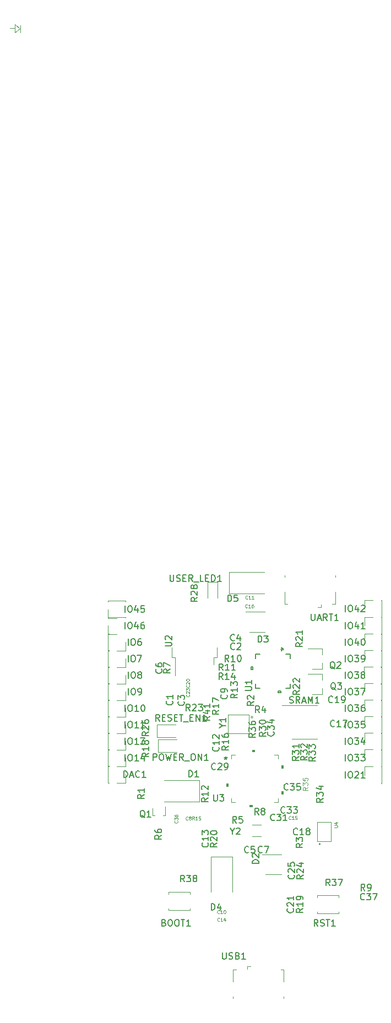
<source format=gbr>
%TF.GenerationSoftware,KiCad,Pcbnew,(5.1.6)-1*%
%TF.CreationDate,2022-06-17T10:55:32-05:00*%
%TF.ProjectId,ESP32-S2_Dev,45535033-322d-4533-925f-4465762e6b69,01*%
%TF.SameCoordinates,Original*%
%TF.FileFunction,Legend,Top*%
%TF.FilePolarity,Positive*%
%FSLAX46Y46*%
G04 Gerber Fmt 4.6, Leading zero omitted, Abs format (unit mm)*
G04 Created by KiCad (PCBNEW (5.1.6)-1) date 2022-06-17 10:55:32*
%MOMM*%
%LPD*%
G01*
G04 APERTURE LIST*
%ADD10C,0.120000*%
%ADD11C,0.100000*%
%ADD12C,0.152400*%
%ADD13C,0.080000*%
%ADD14C,0.150000*%
%ADD15C,0.063500*%
%ADD16C,0.076200*%
G04 APERTURE END LIST*
D10*
X84480400Y14401800D02*
X83667600Y14401800D01*
X85293200Y14884400D02*
X85318600Y13766800D01*
X85242400Y14376400D02*
X84480400Y13766800D01*
X84480400Y14986000D02*
X85242400Y14376400D01*
X84480400Y13766800D02*
X84480400Y14986000D01*
%TO.C,U4*%
X130911600Y-110629700D02*
X130911600Y-107629700D01*
X133083300Y-110629700D02*
X133083300Y-107629700D01*
X133083300Y-110629700D02*
X130911600Y-110629700D01*
X133083300Y-107629700D02*
X130911600Y-107629700D01*
X131417680Y-111036100D02*
G75*
G03*
X131417680Y-111036100I-125080J0D01*
G01*
%TO.C,D4*%
X117880400Y-113008200D02*
X114580400Y-113008200D01*
X114580400Y-113008200D02*
X114580400Y-118408200D01*
X117880400Y-113008200D02*
X117880400Y-118408200D01*
%TO.C,D5*%
X117421200Y-69190600D02*
X117421200Y-72490600D01*
X117421200Y-72490600D02*
X122821200Y-72490600D01*
X117421200Y-69190600D02*
X122821200Y-69190600D01*
%TO.C,Q1*%
X105618400Y-106656600D02*
X105618400Y-105496600D01*
X107538400Y-106656600D02*
X107538400Y-105246600D01*
X107538400Y-106656600D02*
X107228400Y-106656600D01*
X105618400Y-106656600D02*
X105928400Y-106656600D01*
%TO.C,Y1*%
X120451400Y-94037000D02*
X120451400Y-91174000D01*
X120451400Y-91175000D02*
X117220400Y-91175000D01*
X117219400Y-94037000D02*
X117219400Y-91174000D01*
X120452400Y-94037000D02*
X117221400Y-94037000D01*
X121049586Y-91526000D02*
G75*
G03*
X121049586Y-91526000I-137186J0D01*
G01*
%TO.C,IO13*%
X101456800Y-95250000D02*
X101456800Y-96580000D01*
X101456800Y-96580000D02*
X100126800Y-96580000D01*
X98916800Y-96580000D02*
X98796800Y-96580000D01*
X98916800Y-93920000D02*
X98796800Y-93920000D01*
X98796800Y-93920000D02*
X98796800Y-96580000D01*
%TO.C,U3*%
X117703600Y-104571800D02*
X118301060Y-104571800D01*
X124968000Y-104571800D02*
X124968000Y-103974340D01*
X124968000Y-97307400D02*
X124370540Y-97307400D01*
X117703600Y-97307400D02*
X117703600Y-97904860D01*
X117703600Y-103974340D02*
X117703600Y-104571800D01*
X124370540Y-104571800D02*
X124968000Y-104571800D01*
X124968000Y-97904860D02*
X124968000Y-97307400D01*
X118301060Y-97307400D02*
X117703600Y-97307400D01*
D11*
G36*
X116997201Y-101749101D02*
G01*
X116997201Y-102130101D01*
X117251201Y-102130101D01*
X117251201Y-101749101D01*
X116997201Y-101749101D01*
G37*
X116997201Y-101749101D02*
X116997201Y-102130101D01*
X117251201Y-102130101D01*
X117251201Y-101749101D01*
X116997201Y-101749101D01*
G36*
X120545301Y-105024199D02*
G01*
X120545301Y-105278199D01*
X120926301Y-105278199D01*
X120926301Y-105024199D01*
X120545301Y-105024199D01*
G37*
X120545301Y-105024199D02*
X120545301Y-105278199D01*
X120926301Y-105278199D01*
X120926301Y-105024199D01*
X120545301Y-105024199D01*
G36*
X125674399Y-102949101D02*
G01*
X125674399Y-103330101D01*
X125420399Y-103330101D01*
X125420399Y-102949101D01*
X125674399Y-102949101D01*
G37*
X125674399Y-102949101D02*
X125674399Y-103330101D01*
X125420399Y-103330101D01*
X125420399Y-102949101D01*
X125674399Y-102949101D01*
G36*
X125674399Y-98949101D02*
G01*
X125674399Y-99330101D01*
X125420399Y-99330101D01*
X125420399Y-98949101D01*
X125674399Y-98949101D01*
G37*
X125674399Y-98949101D02*
X125674399Y-99330101D01*
X125420399Y-99330101D01*
X125420399Y-98949101D01*
X125674399Y-98949101D01*
G36*
X120945300Y-96855001D02*
G01*
X120945300Y-96601001D01*
X121326300Y-96601001D01*
X121326300Y-96855001D01*
X120945300Y-96855001D01*
G37*
X120945300Y-96855001D02*
X120945300Y-96601001D01*
X121326300Y-96601001D01*
X121326300Y-96855001D01*
X120945300Y-96855001D01*
D10*
%TO.C,UART1*%
X131510000Y-74670000D02*
X131510000Y-74220000D01*
X131510000Y-74670000D02*
X131060000Y-74670000D01*
X125910000Y-74120000D02*
X126360000Y-74120000D01*
X125910000Y-72270000D02*
X125910000Y-74120000D01*
X133710000Y-69720000D02*
X133710000Y-69970000D01*
X125910000Y-69720000D02*
X125910000Y-69970000D01*
X133710000Y-72270000D02*
X133710000Y-74120000D01*
X133710000Y-74120000D02*
X133260000Y-74120000D01*
%TO.C,RST1*%
X130961600Y-121719800D02*
X130961600Y-121419800D01*
X134261600Y-121719800D02*
X130961600Y-121719800D01*
X134261600Y-121419800D02*
X134261600Y-121719800D01*
X130961600Y-118919800D02*
X130961600Y-119219800D01*
X134261600Y-118919800D02*
X130961600Y-118919800D01*
X134261600Y-119219800D02*
X134261600Y-118919800D01*
%TO.C,BOOT1*%
X108078000Y-121237200D02*
X108078000Y-120937200D01*
X111378000Y-121237200D02*
X108078000Y-121237200D01*
X111378000Y-120937200D02*
X111378000Y-121237200D01*
X108078000Y-118437200D02*
X108078000Y-118737200D01*
X111378000Y-118437200D02*
X108078000Y-118437200D01*
X111378000Y-118737200D02*
X111378000Y-118437200D01*
%TO.C,Y2*%
X120920200Y-108116400D02*
X122270200Y-108116400D01*
X120920200Y-109866400D02*
X122270200Y-109866400D01*
%TO.C,USER_LED1*%
X114123800Y-70766800D02*
X114123800Y-73226800D01*
X115593800Y-70766800D02*
X114123800Y-70766800D01*
X115593800Y-73226800D02*
X115593800Y-70766800D01*
%TO.C,USB1*%
X120220000Y-129800000D02*
X120220000Y-130250000D01*
X120220000Y-129800000D02*
X120670000Y-129800000D01*
X125820000Y-130350000D02*
X125370000Y-130350000D01*
X125820000Y-132200000D02*
X125820000Y-130350000D01*
X118020000Y-134750000D02*
X118020000Y-134500000D01*
X125820000Y-134750000D02*
X125820000Y-134500000D01*
X118020000Y-132200000D02*
X118020000Y-130350000D01*
X118020000Y-130350000D02*
X118470000Y-130350000D01*
%TO.C,U2*%
X115044800Y-82327600D02*
X115044800Y-83427600D01*
X115514800Y-82327600D02*
X115044800Y-82327600D01*
X115514800Y-80827600D02*
X115514800Y-82327600D01*
X109084800Y-82327600D02*
X109084800Y-85157600D01*
X108614800Y-82327600D02*
X109084800Y-82327600D01*
X108614800Y-80827600D02*
X108614800Y-82327600D01*
D12*
%TO.C,U1*%
X125320301Y-87536299D02*
X125320301Y-87790299D01*
X124939301Y-87536299D02*
X125320301Y-87536299D01*
X124939301Y-87790299D02*
X124939301Y-87536299D01*
X125320301Y-87790299D02*
X124939301Y-87790299D01*
X121073901Y-84170901D02*
X121073901Y-83789901D01*
X120819901Y-84170901D02*
X121073901Y-84170901D01*
X120819901Y-83789901D02*
X120819901Y-84170901D01*
X121073901Y-83789901D02*
X120819901Y-83789901D01*
X126758700Y-82520260D02*
X126758700Y-81851500D01*
X126089940Y-87109300D02*
X126758700Y-87109300D01*
X121500900Y-86440540D02*
X121500900Y-87109300D01*
X122169660Y-81851500D02*
X121500900Y-81851500D01*
X126758700Y-81851500D02*
X126089940Y-81851500D01*
X126758700Y-87109300D02*
X126758700Y-86440540D01*
X121500900Y-87109300D02*
X122169660Y-87109300D01*
X121500900Y-81851500D02*
X121500900Y-82520260D01*
D10*
%TO.C,SRAM1*%
X128955800Y-89743600D02*
X125505800Y-89743600D01*
X128955800Y-89743600D02*
X130905800Y-89743600D01*
X128955800Y-94863600D02*
X127005800Y-94863600D01*
X128955800Y-94863600D02*
X130905800Y-94863600D01*
%TO.C,RESET_EN1*%
X106335000Y-94609800D02*
X109195000Y-94609800D01*
X106335000Y-92689800D02*
X106335000Y-94609800D01*
X109195000Y-92689800D02*
X106335000Y-92689800D01*
%TO.C,Q3*%
X131681000Y-88001000D02*
X130221000Y-88001000D01*
X131681000Y-84841000D02*
X129521000Y-84841000D01*
X131681000Y-84841000D02*
X131681000Y-85771000D01*
X131681000Y-88001000D02*
X131681000Y-87071000D01*
%TO.C,Q2*%
X131681000Y-84114800D02*
X130221000Y-84114800D01*
X131681000Y-80954800D02*
X129521000Y-80954800D01*
X131681000Y-80954800D02*
X131681000Y-81884800D01*
X131681000Y-84114800D02*
X131681000Y-83184800D01*
%TO.C,POWER_ON1*%
X106462000Y-96870400D02*
X109322000Y-96870400D01*
X106462000Y-94950400D02*
X106462000Y-96870400D01*
X109322000Y-94950400D02*
X106462000Y-94950400D01*
%TO.C,DAC1*%
X101456800Y-100330000D02*
X101456800Y-101660000D01*
X101456800Y-101660000D02*
X100126800Y-101660000D01*
X98916800Y-101660000D02*
X98796800Y-101660000D01*
X98916800Y-99000000D02*
X98796800Y-99000000D01*
X98796800Y-99000000D02*
X98796800Y-101660000D01*
%TO.C,IO46*%
X100126800Y-78800000D02*
X98796800Y-78800000D01*
X98796800Y-78800000D02*
X98796800Y-77470000D01*
X98796800Y-76260000D02*
X98796800Y-76140000D01*
X101456800Y-76260000D02*
X101456800Y-76140000D01*
X101456800Y-76140000D02*
X98796800Y-76140000D01*
%TO.C,IO45*%
X100126800Y-76285400D02*
X98796800Y-76285400D01*
X98796800Y-76285400D02*
X98796800Y-74955400D01*
X98796800Y-73745400D02*
X98796800Y-73625400D01*
X101456800Y-73745400D02*
X101456800Y-73625400D01*
X101456800Y-73625400D02*
X98796800Y-73625400D01*
%TO.C,IO42*%
X138192200Y-74853800D02*
X138192200Y-73523800D01*
X138192200Y-73523800D02*
X139522200Y-73523800D01*
X140732200Y-73523800D02*
X140852200Y-73523800D01*
X140732200Y-76183800D02*
X140852200Y-76183800D01*
X140852200Y-76183800D02*
X140852200Y-73523800D01*
%TO.C,IO41*%
X138192200Y-77470000D02*
X138192200Y-76140000D01*
X138192200Y-76140000D02*
X139522200Y-76140000D01*
X140732200Y-76140000D02*
X140852200Y-76140000D01*
X140732200Y-78800000D02*
X140852200Y-78800000D01*
X140852200Y-78800000D02*
X140852200Y-76140000D01*
%TO.C,IO40*%
X138192200Y-80010000D02*
X138192200Y-78680000D01*
X138192200Y-78680000D02*
X139522200Y-78680000D01*
X140732200Y-78680000D02*
X140852200Y-78680000D01*
X140732200Y-81340000D02*
X140852200Y-81340000D01*
X140852200Y-81340000D02*
X140852200Y-78680000D01*
%TO.C,IO39*%
X138192200Y-82550000D02*
X138192200Y-81220000D01*
X138192200Y-81220000D02*
X139522200Y-81220000D01*
X140732200Y-81220000D02*
X140852200Y-81220000D01*
X140732200Y-83880000D02*
X140852200Y-83880000D01*
X140852200Y-83880000D02*
X140852200Y-81220000D01*
%TO.C,IO38*%
X138166800Y-85090000D02*
X138166800Y-83760000D01*
X138166800Y-83760000D02*
X139496800Y-83760000D01*
X140706800Y-83760000D02*
X140826800Y-83760000D01*
X140706800Y-86420000D02*
X140826800Y-86420000D01*
X140826800Y-86420000D02*
X140826800Y-83760000D01*
%TO.C,IO37*%
X138192200Y-87630000D02*
X138192200Y-86300000D01*
X138192200Y-86300000D02*
X139522200Y-86300000D01*
X140732200Y-86300000D02*
X140852200Y-86300000D01*
X140732200Y-88960000D02*
X140852200Y-88960000D01*
X140852200Y-88960000D02*
X140852200Y-86300000D01*
%TO.C,IO36*%
X138192200Y-90170000D02*
X138192200Y-88840000D01*
X138192200Y-88840000D02*
X139522200Y-88840000D01*
X140732200Y-88840000D02*
X140852200Y-88840000D01*
X140732200Y-91500000D02*
X140852200Y-91500000D01*
X140852200Y-91500000D02*
X140852200Y-88840000D01*
%TO.C,IO35*%
X138192200Y-92710000D02*
X138192200Y-91380000D01*
X138192200Y-91380000D02*
X139522200Y-91380000D01*
X140732200Y-91380000D02*
X140852200Y-91380000D01*
X140732200Y-94040000D02*
X140852200Y-94040000D01*
X140852200Y-94040000D02*
X140852200Y-91380000D01*
%TO.C,IO34*%
X138192200Y-95250000D02*
X138192200Y-93920000D01*
X138192200Y-93920000D02*
X139522200Y-93920000D01*
X140732200Y-93920000D02*
X140852200Y-93920000D01*
X140732200Y-96580000D02*
X140852200Y-96580000D01*
X140852200Y-96580000D02*
X140852200Y-93920000D01*
%TO.C,IO33*%
X138192200Y-97790000D02*
X138192200Y-96460000D01*
X138192200Y-96460000D02*
X139522200Y-96460000D01*
X140732200Y-96460000D02*
X140852200Y-96460000D01*
X140732200Y-99120000D02*
X140852200Y-99120000D01*
X140852200Y-99120000D02*
X140852200Y-96460000D01*
%TO.C,IO21*%
X138192200Y-100431600D02*
X138192200Y-99101600D01*
X138192200Y-99101600D02*
X139522200Y-99101600D01*
X140732200Y-99101600D02*
X140852200Y-99101600D01*
X140732200Y-101761600D02*
X140852200Y-101761600D01*
X140852200Y-101761600D02*
X140852200Y-99101600D01*
%TO.C,IO14*%
X101456800Y-97790000D02*
X101456800Y-99120000D01*
X101456800Y-99120000D02*
X100126800Y-99120000D01*
X98916800Y-99120000D02*
X98796800Y-99120000D01*
X98916800Y-96460000D02*
X98796800Y-96460000D01*
X98796800Y-96460000D02*
X98796800Y-99120000D01*
%TO.C,IO11*%
X101456800Y-92710000D02*
X101456800Y-94040000D01*
X101456800Y-94040000D02*
X100126800Y-94040000D01*
X98916800Y-94040000D02*
X98796800Y-94040000D01*
X98916800Y-91380000D02*
X98796800Y-91380000D01*
X98796800Y-91380000D02*
X98796800Y-94040000D01*
%TO.C,IO10*%
X101456800Y-90170000D02*
X101456800Y-91500000D01*
X101456800Y-91500000D02*
X100126800Y-91500000D01*
X98916800Y-91500000D02*
X98796800Y-91500000D01*
X98916800Y-88840000D02*
X98796800Y-88840000D01*
X98796800Y-88840000D02*
X98796800Y-91500000D01*
%TO.C,IO9*%
X101456800Y-87630000D02*
X101456800Y-88960000D01*
X101456800Y-88960000D02*
X100126800Y-88960000D01*
X98916800Y-88960000D02*
X98796800Y-88960000D01*
X98916800Y-86300000D02*
X98796800Y-86300000D01*
X98796800Y-86300000D02*
X98796800Y-88960000D01*
%TO.C,IO8*%
X101456800Y-85090000D02*
X101456800Y-86420000D01*
X101456800Y-86420000D02*
X100126800Y-86420000D01*
X98916800Y-86420000D02*
X98796800Y-86420000D01*
X98916800Y-83760000D02*
X98796800Y-83760000D01*
X98796800Y-83760000D02*
X98796800Y-86420000D01*
%TO.C,IO7*%
X101456800Y-82550000D02*
X101456800Y-83880000D01*
X101456800Y-83880000D02*
X100126800Y-83880000D01*
X98916800Y-83880000D02*
X98796800Y-83880000D01*
X98916800Y-81220000D02*
X98796800Y-81220000D01*
X98796800Y-81220000D02*
X98796800Y-83880000D01*
%TO.C,IO6*%
X101456800Y-80010000D02*
X101456800Y-81340000D01*
X101456800Y-81340000D02*
X100126800Y-81340000D01*
X98916800Y-81340000D02*
X98796800Y-81340000D01*
X98916800Y-78680000D02*
X98796800Y-78680000D01*
X98796800Y-78680000D02*
X98796800Y-81340000D01*
%TO.C,D3*%
X122899200Y-75343800D02*
X119949200Y-75343800D01*
X120499200Y-78443800D02*
X122899200Y-78443800D01*
%TO.C,D2*%
X125416200Y-112615200D02*
X122466200Y-112615200D01*
X123016200Y-115715200D02*
X125416200Y-115715200D01*
%TO.C,D1*%
X112791200Y-104520000D02*
X107391200Y-104520000D01*
X112791200Y-101220000D02*
X107391200Y-101220000D01*
X112791200Y-104520000D02*
X112791200Y-101220000D01*
%TO.C,U4*%
D13*
X133558790Y-108483352D02*
X133963552Y-108483352D01*
X134011171Y-108459542D01*
X134034980Y-108435733D01*
X134058790Y-108388114D01*
X134058790Y-108292876D01*
X134034980Y-108245257D01*
X134011171Y-108221447D01*
X133963552Y-108197638D01*
X133558790Y-108197638D01*
X133725457Y-107745257D02*
X134058790Y-107745257D01*
X133534980Y-107864304D02*
X133892123Y-107983352D01*
X133892123Y-107673828D01*
%TO.C,R22*%
D14*
X128239780Y-87460057D02*
X127763590Y-87793390D01*
X128239780Y-88031485D02*
X127239780Y-88031485D01*
X127239780Y-87650533D01*
X127287400Y-87555295D01*
X127335019Y-87507676D01*
X127430257Y-87460057D01*
X127573114Y-87460057D01*
X127668352Y-87507676D01*
X127715971Y-87555295D01*
X127763590Y-87650533D01*
X127763590Y-88031485D01*
X127335019Y-87079104D02*
X127287400Y-87031485D01*
X127239780Y-86936247D01*
X127239780Y-86698152D01*
X127287400Y-86602914D01*
X127335019Y-86555295D01*
X127430257Y-86507676D01*
X127525495Y-86507676D01*
X127668352Y-86555295D01*
X128239780Y-87126723D01*
X128239780Y-86507676D01*
X127335019Y-86126723D02*
X127287400Y-86079104D01*
X127239780Y-85983866D01*
X127239780Y-85745771D01*
X127287400Y-85650533D01*
X127335019Y-85602914D01*
X127430257Y-85555295D01*
X127525495Y-85555295D01*
X127668352Y-85602914D01*
X128239780Y-86174342D01*
X128239780Y-85555295D01*
%TO.C,R21*%
X128671580Y-80094057D02*
X128195390Y-80427390D01*
X128671580Y-80665485D02*
X127671580Y-80665485D01*
X127671580Y-80284533D01*
X127719200Y-80189295D01*
X127766819Y-80141676D01*
X127862057Y-80094057D01*
X128004914Y-80094057D01*
X128100152Y-80141676D01*
X128147771Y-80189295D01*
X128195390Y-80284533D01*
X128195390Y-80665485D01*
X127766819Y-79713104D02*
X127719200Y-79665485D01*
X127671580Y-79570247D01*
X127671580Y-79332152D01*
X127719200Y-79236914D01*
X127766819Y-79189295D01*
X127862057Y-79141676D01*
X127957295Y-79141676D01*
X128100152Y-79189295D01*
X128671580Y-79760723D01*
X128671580Y-79141676D01*
X128671580Y-78189295D02*
X128671580Y-78760723D01*
X128671580Y-78475009D02*
X127671580Y-78475009D01*
X127814438Y-78570247D01*
X127909676Y-78665485D01*
X127957295Y-78760723D01*
%TO.C,R9*%
X138263333Y-118206780D02*
X137930000Y-117730590D01*
X137691904Y-118206780D02*
X137691904Y-117206780D01*
X138072857Y-117206780D01*
X138168095Y-117254400D01*
X138215714Y-117302019D01*
X138263333Y-117397257D01*
X138263333Y-117540114D01*
X138215714Y-117635352D01*
X138168095Y-117682971D01*
X138072857Y-117730590D01*
X137691904Y-117730590D01*
X138739523Y-118206780D02*
X138930000Y-118206780D01*
X139025238Y-118159161D01*
X139072857Y-118111542D01*
X139168095Y-117968685D01*
X139215714Y-117778209D01*
X139215714Y-117397257D01*
X139168095Y-117302019D01*
X139120476Y-117254400D01*
X139025238Y-117206780D01*
X138834761Y-117206780D01*
X138739523Y-117254400D01*
X138691904Y-117302019D01*
X138644285Y-117397257D01*
X138644285Y-117635352D01*
X138691904Y-117730590D01*
X138739523Y-117778209D01*
X138834761Y-117825828D01*
X139025238Y-117825828D01*
X139120476Y-117778209D01*
X139168095Y-117730590D01*
X139215714Y-117635352D01*
%TO.C,C37*%
X138218942Y-119533942D02*
X138171323Y-119581561D01*
X138028466Y-119629180D01*
X137933228Y-119629180D01*
X137790371Y-119581561D01*
X137695133Y-119486323D01*
X137647514Y-119391085D01*
X137599895Y-119200609D01*
X137599895Y-119057752D01*
X137647514Y-118867276D01*
X137695133Y-118772038D01*
X137790371Y-118676800D01*
X137933228Y-118629180D01*
X138028466Y-118629180D01*
X138171323Y-118676800D01*
X138218942Y-118724419D01*
X138552276Y-118629180D02*
X139171323Y-118629180D01*
X138837990Y-119010133D01*
X138980847Y-119010133D01*
X139076085Y-119057752D01*
X139123704Y-119105371D01*
X139171323Y-119200609D01*
X139171323Y-119438704D01*
X139123704Y-119533942D01*
X139076085Y-119581561D01*
X138980847Y-119629180D01*
X138695133Y-119629180D01*
X138599895Y-119581561D01*
X138552276Y-119533942D01*
X139504657Y-118629180D02*
X140171323Y-118629180D01*
X139742752Y-119629180D01*
%TO.C,D4*%
X114654104Y-121203980D02*
X114654104Y-120203980D01*
X114892200Y-120203980D01*
X115035057Y-120251600D01*
X115130295Y-120346838D01*
X115177914Y-120442076D01*
X115225533Y-120632552D01*
X115225533Y-120775409D01*
X115177914Y-120965885D01*
X115130295Y-121061123D01*
X115035057Y-121156361D01*
X114892200Y-121203980D01*
X114654104Y-121203980D01*
X116082676Y-120537314D02*
X116082676Y-121203980D01*
X115844580Y-120156361D02*
X115606485Y-120870647D01*
X116225533Y-120870647D01*
%TO.C,D5*%
X117194104Y-73731380D02*
X117194104Y-72731380D01*
X117432200Y-72731380D01*
X117575057Y-72779000D01*
X117670295Y-72874238D01*
X117717914Y-72969476D01*
X117765533Y-73159952D01*
X117765533Y-73302809D01*
X117717914Y-73493285D01*
X117670295Y-73588523D01*
X117575057Y-73683761D01*
X117432200Y-73731380D01*
X117194104Y-73731380D01*
X118670295Y-72731380D02*
X118194104Y-72731380D01*
X118146485Y-73207571D01*
X118194104Y-73159952D01*
X118289342Y-73112333D01*
X118527438Y-73112333D01*
X118622676Y-73159952D01*
X118670295Y-73207571D01*
X118717914Y-73302809D01*
X118717914Y-73540904D01*
X118670295Y-73636142D01*
X118622676Y-73683761D01*
X118527438Y-73731380D01*
X118289342Y-73731380D01*
X118194104Y-73683761D01*
X118146485Y-73636142D01*
%TO.C,Q1*%
X104451161Y-106973619D02*
X104355923Y-106926000D01*
X104260685Y-106830761D01*
X104117828Y-106687904D01*
X104022590Y-106640285D01*
X103927352Y-106640285D01*
X103974971Y-106878380D02*
X103879733Y-106830761D01*
X103784495Y-106735523D01*
X103736876Y-106545047D01*
X103736876Y-106211714D01*
X103784495Y-106021238D01*
X103879733Y-105926000D01*
X103974971Y-105878380D01*
X104165447Y-105878380D01*
X104260685Y-105926000D01*
X104355923Y-106021238D01*
X104403542Y-106211714D01*
X104403542Y-106545047D01*
X104355923Y-106735523D01*
X104260685Y-106830761D01*
X104165447Y-106878380D01*
X103974971Y-106878380D01*
X105355923Y-106878380D02*
X104784495Y-106878380D01*
X105070209Y-106878380D02*
X105070209Y-105878380D01*
X104974971Y-106021238D01*
X104879733Y-106116476D01*
X104784495Y-106164095D01*
%TO.C,Y1*%
X116409790Y-92830590D02*
X116885980Y-92830590D01*
X115885980Y-93163923D02*
X116409790Y-92830590D01*
X115885980Y-92497257D01*
X116885980Y-91640114D02*
X116885980Y-92211542D01*
X116885980Y-91925828D02*
X115885980Y-91925828D01*
X116028838Y-92021066D01*
X116124076Y-92116304D01*
X116171695Y-92211542D01*
%TO.C,C34*%
X124207542Y-93784657D02*
X124255161Y-93832276D01*
X124302780Y-93975133D01*
X124302780Y-94070371D01*
X124255161Y-94213228D01*
X124159923Y-94308466D01*
X124064685Y-94356085D01*
X123874209Y-94403704D01*
X123731352Y-94403704D01*
X123540876Y-94356085D01*
X123445638Y-94308466D01*
X123350400Y-94213228D01*
X123302780Y-94070371D01*
X123302780Y-93975133D01*
X123350400Y-93832276D01*
X123398019Y-93784657D01*
X123302780Y-93451323D02*
X123302780Y-92832276D01*
X123683733Y-93165609D01*
X123683733Y-93022752D01*
X123731352Y-92927514D01*
X123778971Y-92879895D01*
X123874209Y-92832276D01*
X124112304Y-92832276D01*
X124207542Y-92879895D01*
X124255161Y-92927514D01*
X124302780Y-93022752D01*
X124302780Y-93308466D01*
X124255161Y-93403704D01*
X124207542Y-93451323D01*
X123636114Y-91975133D02*
X124302780Y-91975133D01*
X123255161Y-92213228D02*
X123969447Y-92451323D01*
X123969447Y-91832276D01*
%TO.C,IO13*%
X101420609Y-95702380D02*
X101420609Y-94702380D01*
X102087276Y-94702380D02*
X102277752Y-94702380D01*
X102372990Y-94750000D01*
X102468228Y-94845238D01*
X102515847Y-95035714D01*
X102515847Y-95369047D01*
X102468228Y-95559523D01*
X102372990Y-95654761D01*
X102277752Y-95702380D01*
X102087276Y-95702380D01*
X101992038Y-95654761D01*
X101896800Y-95559523D01*
X101849180Y-95369047D01*
X101849180Y-95035714D01*
X101896800Y-94845238D01*
X101992038Y-94750000D01*
X102087276Y-94702380D01*
X103468228Y-95702380D02*
X102896800Y-95702380D01*
X103182514Y-95702380D02*
X103182514Y-94702380D01*
X103087276Y-94845238D01*
X102992038Y-94940476D01*
X102896800Y-94988095D01*
X103801561Y-94702380D02*
X104420609Y-94702380D01*
X104087276Y-95083333D01*
X104230133Y-95083333D01*
X104325371Y-95130952D01*
X104372990Y-95178571D01*
X104420609Y-95273809D01*
X104420609Y-95511904D01*
X104372990Y-95607142D01*
X104325371Y-95654761D01*
X104230133Y-95702380D01*
X103944419Y-95702380D01*
X103849180Y-95654761D01*
X103801561Y-95607142D01*
%TO.C,U3*%
X115011295Y-103414580D02*
X115011295Y-104224104D01*
X115058914Y-104319342D01*
X115106533Y-104366961D01*
X115201771Y-104414580D01*
X115392247Y-104414580D01*
X115487485Y-104366961D01*
X115535104Y-104319342D01*
X115582723Y-104224104D01*
X115582723Y-103414580D01*
X115963676Y-103414580D02*
X116582723Y-103414580D01*
X116249390Y-103795533D01*
X116392247Y-103795533D01*
X116487485Y-103843152D01*
X116535104Y-103890771D01*
X116582723Y-103986009D01*
X116582723Y-104224104D01*
X116535104Y-104319342D01*
X116487485Y-104366961D01*
X116392247Y-104414580D01*
X116106533Y-104414580D01*
X116011295Y-104366961D01*
X115963676Y-104319342D01*
X116870200Y-97591980D02*
X116870200Y-97830076D01*
X116632104Y-97734838D02*
X116870200Y-97830076D01*
X117108295Y-97734838D01*
X116727342Y-98020552D02*
X116870200Y-97830076D01*
X117013057Y-98020552D01*
X116870200Y-97591980D02*
X116870200Y-97830076D01*
X116632104Y-97734838D02*
X116870200Y-97830076D01*
X117108295Y-97734838D01*
X116727342Y-98020552D02*
X116870200Y-97830076D01*
X117013057Y-98020552D01*
%TO.C,UART1*%
X130008571Y-75652380D02*
X130008571Y-76461904D01*
X130056190Y-76557142D01*
X130103809Y-76604761D01*
X130199047Y-76652380D01*
X130389523Y-76652380D01*
X130484761Y-76604761D01*
X130532380Y-76557142D01*
X130580000Y-76461904D01*
X130580000Y-75652380D01*
X131008571Y-76366666D02*
X131484761Y-76366666D01*
X130913333Y-76652380D02*
X131246666Y-75652380D01*
X131580000Y-76652380D01*
X132484761Y-76652380D02*
X132151428Y-76176190D01*
X131913333Y-76652380D02*
X131913333Y-75652380D01*
X132294285Y-75652380D01*
X132389523Y-75700000D01*
X132437142Y-75747619D01*
X132484761Y-75842857D01*
X132484761Y-75985714D01*
X132437142Y-76080952D01*
X132389523Y-76128571D01*
X132294285Y-76176190D01*
X131913333Y-76176190D01*
X132770476Y-75652380D02*
X133341904Y-75652380D01*
X133056190Y-76652380D02*
X133056190Y-75652380D01*
X134199047Y-76652380D02*
X133627619Y-76652380D01*
X133913333Y-76652380D02*
X133913333Y-75652380D01*
X133818095Y-75795238D01*
X133722857Y-75890476D01*
X133627619Y-75938095D01*
%TO.C,C36*%
D15*
X109452228Y-107489171D02*
X109476419Y-107513361D01*
X109500609Y-107585933D01*
X109500609Y-107634314D01*
X109476419Y-107706885D01*
X109428038Y-107755266D01*
X109379657Y-107779457D01*
X109282895Y-107803647D01*
X109210323Y-107803647D01*
X109113561Y-107779457D01*
X109065180Y-107755266D01*
X109016800Y-107706885D01*
X108992609Y-107634314D01*
X108992609Y-107585933D01*
X109016800Y-107513361D01*
X109040990Y-107489171D01*
X108992609Y-107319838D02*
X108992609Y-107005361D01*
X109186133Y-107174695D01*
X109186133Y-107102123D01*
X109210323Y-107053742D01*
X109234514Y-107029552D01*
X109282895Y-107005361D01*
X109403847Y-107005361D01*
X109452228Y-107029552D01*
X109476419Y-107053742D01*
X109500609Y-107102123D01*
X109500609Y-107247266D01*
X109476419Y-107295647D01*
X109452228Y-107319838D01*
X108992609Y-106569933D02*
X108992609Y-106666695D01*
X109016800Y-106715076D01*
X109040990Y-106739266D01*
X109113561Y-106787647D01*
X109210323Y-106811838D01*
X109403847Y-106811838D01*
X109452228Y-106787647D01*
X109476419Y-106763457D01*
X109500609Y-106715076D01*
X109500609Y-106618314D01*
X109476419Y-106569933D01*
X109452228Y-106545742D01*
X109403847Y-106521552D01*
X109282895Y-106521552D01*
X109234514Y-106545742D01*
X109210323Y-106569933D01*
X109186133Y-106618314D01*
X109186133Y-106715076D01*
X109210323Y-106763457D01*
X109234514Y-106787647D01*
X109282895Y-106811838D01*
%TO.C,R41*%
D14*
X114447580Y-91397057D02*
X113971390Y-91730390D01*
X114447580Y-91968485D02*
X113447580Y-91968485D01*
X113447580Y-91587533D01*
X113495200Y-91492295D01*
X113542819Y-91444676D01*
X113638057Y-91397057D01*
X113780914Y-91397057D01*
X113876152Y-91444676D01*
X113923771Y-91492295D01*
X113971390Y-91587533D01*
X113971390Y-91968485D01*
X113780914Y-90539914D02*
X114447580Y-90539914D01*
X113399961Y-90778009D02*
X114114247Y-91016104D01*
X114114247Y-90397057D01*
X114447580Y-89492295D02*
X114447580Y-90063723D01*
X114447580Y-89778009D02*
X113447580Y-89778009D01*
X113590438Y-89873247D01*
X113685676Y-89968485D01*
X113733295Y-90063723D01*
%TO.C,RST1*%
X131056190Y-123642380D02*
X130722857Y-123166190D01*
X130484761Y-123642380D02*
X130484761Y-122642380D01*
X130865714Y-122642380D01*
X130960952Y-122690000D01*
X131008571Y-122737619D01*
X131056190Y-122832857D01*
X131056190Y-122975714D01*
X131008571Y-123070952D01*
X130960952Y-123118571D01*
X130865714Y-123166190D01*
X130484761Y-123166190D01*
X131437142Y-123594761D02*
X131580000Y-123642380D01*
X131818095Y-123642380D01*
X131913333Y-123594761D01*
X131960952Y-123547142D01*
X132008571Y-123451904D01*
X132008571Y-123356666D01*
X131960952Y-123261428D01*
X131913333Y-123213809D01*
X131818095Y-123166190D01*
X131627619Y-123118571D01*
X131532380Y-123070952D01*
X131484761Y-123023333D01*
X131437142Y-122928095D01*
X131437142Y-122832857D01*
X131484761Y-122737619D01*
X131532380Y-122690000D01*
X131627619Y-122642380D01*
X131865714Y-122642380D01*
X132008571Y-122690000D01*
X132294285Y-122642380D02*
X132865714Y-122642380D01*
X132580000Y-123642380D02*
X132580000Y-122642380D01*
X133722857Y-123642380D02*
X133151428Y-123642380D01*
X133437142Y-123642380D02*
X133437142Y-122642380D01*
X133341904Y-122785238D01*
X133246666Y-122880476D01*
X133151428Y-122928095D01*
%TO.C,R38*%
X110530542Y-116833580D02*
X110197209Y-116357390D01*
X109959114Y-116833580D02*
X109959114Y-115833580D01*
X110340066Y-115833580D01*
X110435304Y-115881200D01*
X110482923Y-115928819D01*
X110530542Y-116024057D01*
X110530542Y-116166914D01*
X110482923Y-116262152D01*
X110435304Y-116309771D01*
X110340066Y-116357390D01*
X109959114Y-116357390D01*
X110863876Y-115833580D02*
X111482923Y-115833580D01*
X111149590Y-116214533D01*
X111292447Y-116214533D01*
X111387685Y-116262152D01*
X111435304Y-116309771D01*
X111482923Y-116405009D01*
X111482923Y-116643104D01*
X111435304Y-116738342D01*
X111387685Y-116785961D01*
X111292447Y-116833580D01*
X111006733Y-116833580D01*
X110911495Y-116785961D01*
X110863876Y-116738342D01*
X112054352Y-116262152D02*
X111959114Y-116214533D01*
X111911495Y-116166914D01*
X111863876Y-116071676D01*
X111863876Y-116024057D01*
X111911495Y-115928819D01*
X111959114Y-115881200D01*
X112054352Y-115833580D01*
X112244828Y-115833580D01*
X112340066Y-115881200D01*
X112387685Y-115928819D01*
X112435304Y-116024057D01*
X112435304Y-116071676D01*
X112387685Y-116166914D01*
X112340066Y-116214533D01*
X112244828Y-116262152D01*
X112054352Y-116262152D01*
X111959114Y-116309771D01*
X111911495Y-116357390D01*
X111863876Y-116452628D01*
X111863876Y-116643104D01*
X111911495Y-116738342D01*
X111959114Y-116785961D01*
X112054352Y-116833580D01*
X112244828Y-116833580D01*
X112340066Y-116785961D01*
X112387685Y-116738342D01*
X112435304Y-116643104D01*
X112435304Y-116452628D01*
X112387685Y-116357390D01*
X112340066Y-116309771D01*
X112244828Y-116262152D01*
%TO.C,R37*%
X132910342Y-117419380D02*
X132577009Y-116943190D01*
X132338914Y-117419380D02*
X132338914Y-116419380D01*
X132719866Y-116419380D01*
X132815104Y-116467000D01*
X132862723Y-116514619D01*
X132910342Y-116609857D01*
X132910342Y-116752714D01*
X132862723Y-116847952D01*
X132815104Y-116895571D01*
X132719866Y-116943190D01*
X132338914Y-116943190D01*
X133243676Y-116419380D02*
X133862723Y-116419380D01*
X133529390Y-116800333D01*
X133672247Y-116800333D01*
X133767485Y-116847952D01*
X133815104Y-116895571D01*
X133862723Y-116990809D01*
X133862723Y-117228904D01*
X133815104Y-117324142D01*
X133767485Y-117371761D01*
X133672247Y-117419380D01*
X133386533Y-117419380D01*
X133291295Y-117371761D01*
X133243676Y-117324142D01*
X134196057Y-116419380D02*
X134862723Y-116419380D01*
X134434152Y-117419380D01*
%TO.C,BOOT1*%
X107386666Y-123118571D02*
X107529523Y-123166190D01*
X107577142Y-123213809D01*
X107624761Y-123309047D01*
X107624761Y-123451904D01*
X107577142Y-123547142D01*
X107529523Y-123594761D01*
X107434285Y-123642380D01*
X107053333Y-123642380D01*
X107053333Y-122642380D01*
X107386666Y-122642380D01*
X107481904Y-122690000D01*
X107529523Y-122737619D01*
X107577142Y-122832857D01*
X107577142Y-122928095D01*
X107529523Y-123023333D01*
X107481904Y-123070952D01*
X107386666Y-123118571D01*
X107053333Y-123118571D01*
X108243809Y-122642380D02*
X108434285Y-122642380D01*
X108529523Y-122690000D01*
X108624761Y-122785238D01*
X108672380Y-122975714D01*
X108672380Y-123309047D01*
X108624761Y-123499523D01*
X108529523Y-123594761D01*
X108434285Y-123642380D01*
X108243809Y-123642380D01*
X108148571Y-123594761D01*
X108053333Y-123499523D01*
X108005714Y-123309047D01*
X108005714Y-122975714D01*
X108053333Y-122785238D01*
X108148571Y-122690000D01*
X108243809Y-122642380D01*
X109291428Y-122642380D02*
X109481904Y-122642380D01*
X109577142Y-122690000D01*
X109672380Y-122785238D01*
X109720000Y-122975714D01*
X109720000Y-123309047D01*
X109672380Y-123499523D01*
X109577142Y-123594761D01*
X109481904Y-123642380D01*
X109291428Y-123642380D01*
X109196190Y-123594761D01*
X109100952Y-123499523D01*
X109053333Y-123309047D01*
X109053333Y-122975714D01*
X109100952Y-122785238D01*
X109196190Y-122690000D01*
X109291428Y-122642380D01*
X110005714Y-122642380D02*
X110577142Y-122642380D01*
X110291428Y-123642380D02*
X110291428Y-122642380D01*
X111434285Y-123642380D02*
X110862857Y-123642380D01*
X111148571Y-123642380D02*
X111148571Y-122642380D01*
X111053333Y-122785238D01*
X110958095Y-122880476D01*
X110862857Y-122928095D01*
%TO.C,Y2*%
X117887809Y-109069190D02*
X117887809Y-109545380D01*
X117554476Y-108545380D02*
X117887809Y-109069190D01*
X118221142Y-108545380D01*
X118506857Y-108640619D02*
X118554476Y-108593000D01*
X118649714Y-108545380D01*
X118887809Y-108545380D01*
X118983047Y-108593000D01*
X119030666Y-108640619D01*
X119078285Y-108735857D01*
X119078285Y-108831095D01*
X119030666Y-108973952D01*
X118459238Y-109545380D01*
X119078285Y-109545380D01*
%TO.C,USER_LED1*%
X108314028Y-69657980D02*
X108314028Y-70467504D01*
X108361647Y-70562742D01*
X108409266Y-70610361D01*
X108504504Y-70657980D01*
X108694980Y-70657980D01*
X108790219Y-70610361D01*
X108837838Y-70562742D01*
X108885457Y-70467504D01*
X108885457Y-69657980D01*
X109314028Y-70610361D02*
X109456885Y-70657980D01*
X109694980Y-70657980D01*
X109790219Y-70610361D01*
X109837838Y-70562742D01*
X109885457Y-70467504D01*
X109885457Y-70372266D01*
X109837838Y-70277028D01*
X109790219Y-70229409D01*
X109694980Y-70181790D01*
X109504504Y-70134171D01*
X109409266Y-70086552D01*
X109361647Y-70038933D01*
X109314028Y-69943695D01*
X109314028Y-69848457D01*
X109361647Y-69753219D01*
X109409266Y-69705600D01*
X109504504Y-69657980D01*
X109742600Y-69657980D01*
X109885457Y-69705600D01*
X110314028Y-70134171D02*
X110647361Y-70134171D01*
X110790219Y-70657980D02*
X110314028Y-70657980D01*
X110314028Y-69657980D01*
X110790219Y-69657980D01*
X111790219Y-70657980D02*
X111456885Y-70181790D01*
X111218790Y-70657980D02*
X111218790Y-69657980D01*
X111599742Y-69657980D01*
X111694980Y-69705600D01*
X111742600Y-69753219D01*
X111790219Y-69848457D01*
X111790219Y-69991314D01*
X111742600Y-70086552D01*
X111694980Y-70134171D01*
X111599742Y-70181790D01*
X111218790Y-70181790D01*
X111980695Y-70753219D02*
X112742600Y-70753219D01*
X113456885Y-70657980D02*
X112980695Y-70657980D01*
X112980695Y-69657980D01*
X113790219Y-70134171D02*
X114123552Y-70134171D01*
X114266409Y-70657980D02*
X113790219Y-70657980D01*
X113790219Y-69657980D01*
X114266409Y-69657980D01*
X114694980Y-70657980D02*
X114694980Y-69657980D01*
X114933076Y-69657980D01*
X115075933Y-69705600D01*
X115171171Y-69800838D01*
X115218790Y-69896076D01*
X115266409Y-70086552D01*
X115266409Y-70229409D01*
X115218790Y-70419885D01*
X115171171Y-70515123D01*
X115075933Y-70610361D01*
X114933076Y-70657980D01*
X114694980Y-70657980D01*
X116218790Y-70657980D02*
X115647361Y-70657980D01*
X115933076Y-70657980D02*
X115933076Y-69657980D01*
X115837838Y-69800838D01*
X115742600Y-69896076D01*
X115647361Y-69943695D01*
%TO.C,USB1*%
X116371904Y-127722380D02*
X116371904Y-128531904D01*
X116419523Y-128627142D01*
X116467142Y-128674761D01*
X116562380Y-128722380D01*
X116752857Y-128722380D01*
X116848095Y-128674761D01*
X116895714Y-128627142D01*
X116943333Y-128531904D01*
X116943333Y-127722380D01*
X117371904Y-128674761D02*
X117514761Y-128722380D01*
X117752857Y-128722380D01*
X117848095Y-128674761D01*
X117895714Y-128627142D01*
X117943333Y-128531904D01*
X117943333Y-128436666D01*
X117895714Y-128341428D01*
X117848095Y-128293809D01*
X117752857Y-128246190D01*
X117562380Y-128198571D01*
X117467142Y-128150952D01*
X117419523Y-128103333D01*
X117371904Y-128008095D01*
X117371904Y-127912857D01*
X117419523Y-127817619D01*
X117467142Y-127770000D01*
X117562380Y-127722380D01*
X117800476Y-127722380D01*
X117943333Y-127770000D01*
X118705238Y-128198571D02*
X118848095Y-128246190D01*
X118895714Y-128293809D01*
X118943333Y-128389047D01*
X118943333Y-128531904D01*
X118895714Y-128627142D01*
X118848095Y-128674761D01*
X118752857Y-128722380D01*
X118371904Y-128722380D01*
X118371904Y-127722380D01*
X118705238Y-127722380D01*
X118800476Y-127770000D01*
X118848095Y-127817619D01*
X118895714Y-127912857D01*
X118895714Y-128008095D01*
X118848095Y-128103333D01*
X118800476Y-128150952D01*
X118705238Y-128198571D01*
X118371904Y-128198571D01*
X119895714Y-128722380D02*
X119324285Y-128722380D01*
X119610000Y-128722380D02*
X119610000Y-127722380D01*
X119514761Y-127865238D01*
X119419523Y-127960476D01*
X119324285Y-128008095D01*
%TO.C,U2*%
X107554780Y-80594104D02*
X108364304Y-80594104D01*
X108459542Y-80546485D01*
X108507161Y-80498866D01*
X108554780Y-80403628D01*
X108554780Y-80213152D01*
X108507161Y-80117914D01*
X108459542Y-80070295D01*
X108364304Y-80022676D01*
X107554780Y-80022676D01*
X107650019Y-79594104D02*
X107602400Y-79546485D01*
X107554780Y-79451247D01*
X107554780Y-79213152D01*
X107602400Y-79117914D01*
X107650019Y-79070295D01*
X107745257Y-79022676D01*
X107840495Y-79022676D01*
X107983352Y-79070295D01*
X108554780Y-79641723D01*
X108554780Y-79022676D01*
%TO.C,U1*%
X119848380Y-87401304D02*
X120657904Y-87401304D01*
X120753142Y-87353685D01*
X120800761Y-87306066D01*
X120848380Y-87210828D01*
X120848380Y-87020352D01*
X120800761Y-86925114D01*
X120753142Y-86877495D01*
X120657904Y-86829876D01*
X119848380Y-86829876D01*
X120848380Y-85829876D02*
X120848380Y-86401304D01*
X120848380Y-86115590D02*
X119848380Y-86115590D01*
X119991238Y-86210828D01*
X120086476Y-86306066D01*
X120134095Y-86401304D01*
X125332180Y-81043500D02*
X125570276Y-81043500D01*
X125475038Y-81281595D02*
X125570276Y-81043500D01*
X125475038Y-80805404D01*
X125760752Y-81186357D02*
X125570276Y-81043500D01*
X125760752Y-80900642D01*
X125332180Y-81043500D02*
X125570276Y-81043500D01*
X125475038Y-81281595D02*
X125570276Y-81043500D01*
X125475038Y-80805404D01*
X125760752Y-81186357D02*
X125570276Y-81043500D01*
X125760752Y-80900642D01*
%TO.C,SRAM1*%
X126693895Y-89308361D02*
X126836752Y-89355980D01*
X127074847Y-89355980D01*
X127170085Y-89308361D01*
X127217704Y-89260742D01*
X127265323Y-89165504D01*
X127265323Y-89070266D01*
X127217704Y-88975028D01*
X127170085Y-88927409D01*
X127074847Y-88879790D01*
X126884371Y-88832171D01*
X126789133Y-88784552D01*
X126741514Y-88736933D01*
X126693895Y-88641695D01*
X126693895Y-88546457D01*
X126741514Y-88451219D01*
X126789133Y-88403600D01*
X126884371Y-88355980D01*
X127122466Y-88355980D01*
X127265323Y-88403600D01*
X128265323Y-89355980D02*
X127931990Y-88879790D01*
X127693895Y-89355980D02*
X127693895Y-88355980D01*
X128074847Y-88355980D01*
X128170085Y-88403600D01*
X128217704Y-88451219D01*
X128265323Y-88546457D01*
X128265323Y-88689314D01*
X128217704Y-88784552D01*
X128170085Y-88832171D01*
X128074847Y-88879790D01*
X127693895Y-88879790D01*
X128646276Y-89070266D02*
X129122466Y-89070266D01*
X128551038Y-89355980D02*
X128884371Y-88355980D01*
X129217704Y-89355980D01*
X129551038Y-89355980D02*
X129551038Y-88355980D01*
X129884371Y-89070266D01*
X130217704Y-88355980D01*
X130217704Y-89355980D01*
X131217704Y-89355980D02*
X130646276Y-89355980D01*
X130931990Y-89355980D02*
X130931990Y-88355980D01*
X130836752Y-88498838D01*
X130741514Y-88594076D01*
X130646276Y-88641695D01*
%TO.C,RESET_EN1*%
X106696285Y-92120980D02*
X106362952Y-91644790D01*
X106124857Y-92120980D02*
X106124857Y-91120980D01*
X106505809Y-91120980D01*
X106601047Y-91168600D01*
X106648666Y-91216219D01*
X106696285Y-91311457D01*
X106696285Y-91454314D01*
X106648666Y-91549552D01*
X106601047Y-91597171D01*
X106505809Y-91644790D01*
X106124857Y-91644790D01*
X107124857Y-91597171D02*
X107458190Y-91597171D01*
X107601047Y-92120980D02*
X107124857Y-92120980D01*
X107124857Y-91120980D01*
X107601047Y-91120980D01*
X107982000Y-92073361D02*
X108124857Y-92120980D01*
X108362952Y-92120980D01*
X108458190Y-92073361D01*
X108505809Y-92025742D01*
X108553428Y-91930504D01*
X108553428Y-91835266D01*
X108505809Y-91740028D01*
X108458190Y-91692409D01*
X108362952Y-91644790D01*
X108172476Y-91597171D01*
X108077238Y-91549552D01*
X108029619Y-91501933D01*
X107982000Y-91406695D01*
X107982000Y-91311457D01*
X108029619Y-91216219D01*
X108077238Y-91168600D01*
X108172476Y-91120980D01*
X108410571Y-91120980D01*
X108553428Y-91168600D01*
X108982000Y-91597171D02*
X109315333Y-91597171D01*
X109458190Y-92120980D02*
X108982000Y-92120980D01*
X108982000Y-91120980D01*
X109458190Y-91120980D01*
X109743904Y-91120980D02*
X110315333Y-91120980D01*
X110029619Y-92120980D02*
X110029619Y-91120980D01*
X110410571Y-92216219D02*
X111172476Y-92216219D01*
X111410571Y-91597171D02*
X111743904Y-91597171D01*
X111886761Y-92120980D02*
X111410571Y-92120980D01*
X111410571Y-91120980D01*
X111886761Y-91120980D01*
X112315333Y-92120980D02*
X112315333Y-91120980D01*
X112886761Y-92120980D01*
X112886761Y-91120980D01*
X113886761Y-92120980D02*
X113315333Y-92120980D01*
X113601047Y-92120980D02*
X113601047Y-91120980D01*
X113505809Y-91263838D01*
X113410571Y-91359076D01*
X113315333Y-91406695D01*
%TO.C,R36*%
X121457980Y-94038657D02*
X120981790Y-94371990D01*
X121457980Y-94610085D02*
X120457980Y-94610085D01*
X120457980Y-94229133D01*
X120505600Y-94133895D01*
X120553219Y-94086276D01*
X120648457Y-94038657D01*
X120791314Y-94038657D01*
X120886552Y-94086276D01*
X120934171Y-94133895D01*
X120981790Y-94229133D01*
X120981790Y-94610085D01*
X120457980Y-93705323D02*
X120457980Y-93086276D01*
X120838933Y-93419609D01*
X120838933Y-93276752D01*
X120886552Y-93181514D01*
X120934171Y-93133895D01*
X121029409Y-93086276D01*
X121267504Y-93086276D01*
X121362742Y-93133895D01*
X121410361Y-93181514D01*
X121457980Y-93276752D01*
X121457980Y-93562466D01*
X121410361Y-93657704D01*
X121362742Y-93705323D01*
X120457980Y-92229133D02*
X120457980Y-92419609D01*
X120505600Y-92514847D01*
X120553219Y-92562466D01*
X120696076Y-92657704D01*
X120886552Y-92705323D01*
X121267504Y-92705323D01*
X121362742Y-92657704D01*
X121410361Y-92610085D01*
X121457980Y-92514847D01*
X121457980Y-92324371D01*
X121410361Y-92229133D01*
X121362742Y-92181514D01*
X121267504Y-92133895D01*
X121029409Y-92133895D01*
X120934171Y-92181514D01*
X120886552Y-92229133D01*
X120838933Y-92324371D01*
X120838933Y-92514847D01*
X120886552Y-92610085D01*
X120934171Y-92657704D01*
X121029409Y-92705323D01*
%TO.C,R35*%
D16*
X129478314Y-102293057D02*
X129115457Y-102547057D01*
X129478314Y-102728485D02*
X128716314Y-102728485D01*
X128716314Y-102438200D01*
X128752600Y-102365628D01*
X128788885Y-102329342D01*
X128861457Y-102293057D01*
X128970314Y-102293057D01*
X129042885Y-102329342D01*
X129079171Y-102365628D01*
X129115457Y-102438200D01*
X129115457Y-102728485D01*
X128716314Y-102039057D02*
X128716314Y-101567342D01*
X129006600Y-101821342D01*
X129006600Y-101712485D01*
X129042885Y-101639914D01*
X129079171Y-101603628D01*
X129151742Y-101567342D01*
X129333171Y-101567342D01*
X129405742Y-101603628D01*
X129442028Y-101639914D01*
X129478314Y-101712485D01*
X129478314Y-101930200D01*
X129442028Y-102002771D01*
X129405742Y-102039057D01*
X128716314Y-100877914D02*
X128716314Y-101240771D01*
X129079171Y-101277057D01*
X129042885Y-101240771D01*
X129006600Y-101168200D01*
X129006600Y-100986771D01*
X129042885Y-100914200D01*
X129079171Y-100877914D01*
X129151742Y-100841628D01*
X129333171Y-100841628D01*
X129405742Y-100877914D01*
X129442028Y-100914200D01*
X129478314Y-100986771D01*
X129478314Y-101168200D01*
X129442028Y-101240771D01*
X129405742Y-101277057D01*
%TO.C,R34*%
D14*
X131846580Y-103995457D02*
X131370390Y-104328790D01*
X131846580Y-104566885D02*
X130846580Y-104566885D01*
X130846580Y-104185933D01*
X130894200Y-104090695D01*
X130941819Y-104043076D01*
X131037057Y-103995457D01*
X131179914Y-103995457D01*
X131275152Y-104043076D01*
X131322771Y-104090695D01*
X131370390Y-104185933D01*
X131370390Y-104566885D01*
X130846580Y-103662123D02*
X130846580Y-103043076D01*
X131227533Y-103376409D01*
X131227533Y-103233552D01*
X131275152Y-103138314D01*
X131322771Y-103090695D01*
X131418009Y-103043076D01*
X131656104Y-103043076D01*
X131751342Y-103090695D01*
X131798961Y-103138314D01*
X131846580Y-103233552D01*
X131846580Y-103519266D01*
X131798961Y-103614504D01*
X131751342Y-103662123D01*
X131179914Y-102185933D02*
X131846580Y-102185933D01*
X130798961Y-102424028D02*
X131513247Y-102662123D01*
X131513247Y-102043076D01*
%TO.C,R33*%
X130652780Y-97645457D02*
X130176590Y-97978790D01*
X130652780Y-98216885D02*
X129652780Y-98216885D01*
X129652780Y-97835933D01*
X129700400Y-97740695D01*
X129748019Y-97693076D01*
X129843257Y-97645457D01*
X129986114Y-97645457D01*
X130081352Y-97693076D01*
X130128971Y-97740695D01*
X130176590Y-97835933D01*
X130176590Y-98216885D01*
X129652780Y-97312123D02*
X129652780Y-96693076D01*
X130033733Y-97026409D01*
X130033733Y-96883552D01*
X130081352Y-96788314D01*
X130128971Y-96740695D01*
X130224209Y-96693076D01*
X130462304Y-96693076D01*
X130557542Y-96740695D01*
X130605161Y-96788314D01*
X130652780Y-96883552D01*
X130652780Y-97169266D01*
X130605161Y-97264504D01*
X130557542Y-97312123D01*
X129652780Y-96359742D02*
X129652780Y-95740695D01*
X130033733Y-96074028D01*
X130033733Y-95931171D01*
X130081352Y-95835933D01*
X130128971Y-95788314D01*
X130224209Y-95740695D01*
X130462304Y-95740695D01*
X130557542Y-95788314D01*
X130605161Y-95835933D01*
X130652780Y-95931171D01*
X130652780Y-96216885D01*
X130605161Y-96312123D01*
X130557542Y-96359742D01*
%TO.C,R32*%
X129408180Y-97543857D02*
X128931990Y-97877190D01*
X129408180Y-98115285D02*
X128408180Y-98115285D01*
X128408180Y-97734333D01*
X128455800Y-97639095D01*
X128503419Y-97591476D01*
X128598657Y-97543857D01*
X128741514Y-97543857D01*
X128836752Y-97591476D01*
X128884371Y-97639095D01*
X128931990Y-97734333D01*
X128931990Y-98115285D01*
X128408180Y-97210523D02*
X128408180Y-96591476D01*
X128789133Y-96924809D01*
X128789133Y-96781952D01*
X128836752Y-96686714D01*
X128884371Y-96639095D01*
X128979609Y-96591476D01*
X129217704Y-96591476D01*
X129312942Y-96639095D01*
X129360561Y-96686714D01*
X129408180Y-96781952D01*
X129408180Y-97067666D01*
X129360561Y-97162904D01*
X129312942Y-97210523D01*
X128503419Y-96210523D02*
X128455800Y-96162904D01*
X128408180Y-96067666D01*
X128408180Y-95829571D01*
X128455800Y-95734333D01*
X128503419Y-95686714D01*
X128598657Y-95639095D01*
X128693895Y-95639095D01*
X128836752Y-95686714D01*
X129408180Y-96258142D01*
X129408180Y-95639095D01*
%TO.C,R31*%
X128112780Y-97569257D02*
X127636590Y-97902590D01*
X128112780Y-98140685D02*
X127112780Y-98140685D01*
X127112780Y-97759733D01*
X127160400Y-97664495D01*
X127208019Y-97616876D01*
X127303257Y-97569257D01*
X127446114Y-97569257D01*
X127541352Y-97616876D01*
X127588971Y-97664495D01*
X127636590Y-97759733D01*
X127636590Y-98140685D01*
X127112780Y-97235923D02*
X127112780Y-96616876D01*
X127493733Y-96950209D01*
X127493733Y-96807352D01*
X127541352Y-96712114D01*
X127588971Y-96664495D01*
X127684209Y-96616876D01*
X127922304Y-96616876D01*
X128017542Y-96664495D01*
X128065161Y-96712114D01*
X128112780Y-96807352D01*
X128112780Y-97093066D01*
X128065161Y-97188304D01*
X128017542Y-97235923D01*
X128112780Y-95664495D02*
X128112780Y-96235923D01*
X128112780Y-95950209D02*
X127112780Y-95950209D01*
X127255638Y-96045447D01*
X127350876Y-96140685D01*
X127398495Y-96235923D01*
%TO.C,R30*%
X123032780Y-93881457D02*
X122556590Y-94214790D01*
X123032780Y-94452885D02*
X122032780Y-94452885D01*
X122032780Y-94071933D01*
X122080400Y-93976695D01*
X122128019Y-93929076D01*
X122223257Y-93881457D01*
X122366114Y-93881457D01*
X122461352Y-93929076D01*
X122508971Y-93976695D01*
X122556590Y-94071933D01*
X122556590Y-94452885D01*
X122032780Y-93548123D02*
X122032780Y-92929076D01*
X122413733Y-93262409D01*
X122413733Y-93119552D01*
X122461352Y-93024314D01*
X122508971Y-92976695D01*
X122604209Y-92929076D01*
X122842304Y-92929076D01*
X122937542Y-92976695D01*
X122985161Y-93024314D01*
X123032780Y-93119552D01*
X123032780Y-93405266D01*
X122985161Y-93500504D01*
X122937542Y-93548123D01*
X122032780Y-92310028D02*
X122032780Y-92214790D01*
X122080400Y-92119552D01*
X122128019Y-92071933D01*
X122223257Y-92024314D01*
X122413733Y-91976695D01*
X122651828Y-91976695D01*
X122842304Y-92024314D01*
X122937542Y-92071933D01*
X122985161Y-92119552D01*
X123032780Y-92214790D01*
X123032780Y-92310028D01*
X122985161Y-92405266D01*
X122937542Y-92452885D01*
X122842304Y-92500504D01*
X122651828Y-92548123D01*
X122413733Y-92548123D01*
X122223257Y-92500504D01*
X122128019Y-92452885D01*
X122080400Y-92405266D01*
X122032780Y-92310028D01*
%TO.C,R28*%
X112517180Y-73109057D02*
X112040990Y-73442390D01*
X112517180Y-73680485D02*
X111517180Y-73680485D01*
X111517180Y-73299533D01*
X111564800Y-73204295D01*
X111612419Y-73156676D01*
X111707657Y-73109057D01*
X111850514Y-73109057D01*
X111945752Y-73156676D01*
X111993371Y-73204295D01*
X112040990Y-73299533D01*
X112040990Y-73680485D01*
X111612419Y-72728104D02*
X111564800Y-72680485D01*
X111517180Y-72585247D01*
X111517180Y-72347152D01*
X111564800Y-72251914D01*
X111612419Y-72204295D01*
X111707657Y-72156676D01*
X111802895Y-72156676D01*
X111945752Y-72204295D01*
X112517180Y-72775723D01*
X112517180Y-72156676D01*
X111945752Y-71585247D02*
X111898133Y-71680485D01*
X111850514Y-71728104D01*
X111755276Y-71775723D01*
X111707657Y-71775723D01*
X111612419Y-71728104D01*
X111564800Y-71680485D01*
X111517180Y-71585247D01*
X111517180Y-71394771D01*
X111564800Y-71299533D01*
X111612419Y-71251914D01*
X111707657Y-71204295D01*
X111755276Y-71204295D01*
X111850514Y-71251914D01*
X111898133Y-71299533D01*
X111945752Y-71394771D01*
X111945752Y-71585247D01*
X111993371Y-71680485D01*
X112040990Y-71728104D01*
X112136228Y-71775723D01*
X112326704Y-71775723D01*
X112421942Y-71728104D01*
X112469561Y-71680485D01*
X112517180Y-71585247D01*
X112517180Y-71394771D01*
X112469561Y-71299533D01*
X112421942Y-71251914D01*
X112326704Y-71204295D01*
X112136228Y-71204295D01*
X112040990Y-71251914D01*
X111993371Y-71299533D01*
X111945752Y-71394771D01*
%TO.C,R26*%
X105024180Y-93810057D02*
X104547990Y-94143390D01*
X105024180Y-94381485D02*
X104024180Y-94381485D01*
X104024180Y-94000533D01*
X104071800Y-93905295D01*
X104119419Y-93857676D01*
X104214657Y-93810057D01*
X104357514Y-93810057D01*
X104452752Y-93857676D01*
X104500371Y-93905295D01*
X104547990Y-94000533D01*
X104547990Y-94381485D01*
X104119419Y-93429104D02*
X104071800Y-93381485D01*
X104024180Y-93286247D01*
X104024180Y-93048152D01*
X104071800Y-92952914D01*
X104119419Y-92905295D01*
X104214657Y-92857676D01*
X104309895Y-92857676D01*
X104452752Y-92905295D01*
X105024180Y-93476723D01*
X105024180Y-92857676D01*
X104024180Y-92000533D02*
X104024180Y-92191009D01*
X104071800Y-92286247D01*
X104119419Y-92333866D01*
X104262276Y-92429104D01*
X104452752Y-92476723D01*
X104833704Y-92476723D01*
X104928942Y-92429104D01*
X104976561Y-92381485D01*
X105024180Y-92286247D01*
X105024180Y-92095771D01*
X104976561Y-92000533D01*
X104928942Y-91952914D01*
X104833704Y-91905295D01*
X104595609Y-91905295D01*
X104500371Y-91952914D01*
X104452752Y-92000533D01*
X104405133Y-92095771D01*
X104405133Y-92286247D01*
X104452752Y-92381485D01*
X104500371Y-92429104D01*
X104595609Y-92476723D01*
%TO.C,R24*%
X128798580Y-115806457D02*
X128322390Y-116139790D01*
X128798580Y-116377885D02*
X127798580Y-116377885D01*
X127798580Y-115996933D01*
X127846200Y-115901695D01*
X127893819Y-115854076D01*
X127989057Y-115806457D01*
X128131914Y-115806457D01*
X128227152Y-115854076D01*
X128274771Y-115901695D01*
X128322390Y-115996933D01*
X128322390Y-116377885D01*
X127893819Y-115425504D02*
X127846200Y-115377885D01*
X127798580Y-115282647D01*
X127798580Y-115044552D01*
X127846200Y-114949314D01*
X127893819Y-114901695D01*
X127989057Y-114854076D01*
X128084295Y-114854076D01*
X128227152Y-114901695D01*
X128798580Y-115473123D01*
X128798580Y-114854076D01*
X128131914Y-113996933D02*
X128798580Y-113996933D01*
X127750961Y-114235028D02*
X128465247Y-114473123D01*
X128465247Y-113854076D01*
%TO.C,R23*%
X111396542Y-90546180D02*
X111063209Y-90069990D01*
X110825114Y-90546180D02*
X110825114Y-89546180D01*
X111206066Y-89546180D01*
X111301304Y-89593800D01*
X111348923Y-89641419D01*
X111396542Y-89736657D01*
X111396542Y-89879514D01*
X111348923Y-89974752D01*
X111301304Y-90022371D01*
X111206066Y-90069990D01*
X110825114Y-90069990D01*
X111777495Y-89641419D02*
X111825114Y-89593800D01*
X111920352Y-89546180D01*
X112158447Y-89546180D01*
X112253685Y-89593800D01*
X112301304Y-89641419D01*
X112348923Y-89736657D01*
X112348923Y-89831895D01*
X112301304Y-89974752D01*
X111729876Y-90546180D01*
X112348923Y-90546180D01*
X112682257Y-89546180D02*
X113301304Y-89546180D01*
X112967971Y-89927133D01*
X113110828Y-89927133D01*
X113206066Y-89974752D01*
X113253685Y-90022371D01*
X113301304Y-90117609D01*
X113301304Y-90355704D01*
X113253685Y-90450942D01*
X113206066Y-90498561D01*
X113110828Y-90546180D01*
X112825114Y-90546180D01*
X112729876Y-90498561D01*
X112682257Y-90450942D01*
%TO.C,R20*%
X115514380Y-110904257D02*
X115038190Y-111237590D01*
X115514380Y-111475685D02*
X114514380Y-111475685D01*
X114514380Y-111094733D01*
X114562000Y-110999495D01*
X114609619Y-110951876D01*
X114704857Y-110904257D01*
X114847714Y-110904257D01*
X114942952Y-110951876D01*
X114990571Y-110999495D01*
X115038190Y-111094733D01*
X115038190Y-111475685D01*
X114609619Y-110523304D02*
X114562000Y-110475685D01*
X114514380Y-110380447D01*
X114514380Y-110142352D01*
X114562000Y-110047114D01*
X114609619Y-109999495D01*
X114704857Y-109951876D01*
X114800095Y-109951876D01*
X114942952Y-109999495D01*
X115514380Y-110570923D01*
X115514380Y-109951876D01*
X114514380Y-109332828D02*
X114514380Y-109237590D01*
X114562000Y-109142352D01*
X114609619Y-109094733D01*
X114704857Y-109047114D01*
X114895333Y-108999495D01*
X115133428Y-108999495D01*
X115323904Y-109047114D01*
X115419142Y-109094733D01*
X115466761Y-109142352D01*
X115514380Y-109237590D01*
X115514380Y-109332828D01*
X115466761Y-109428066D01*
X115419142Y-109475685D01*
X115323904Y-109523304D01*
X115133428Y-109570923D01*
X114895333Y-109570923D01*
X114704857Y-109523304D01*
X114609619Y-109475685D01*
X114562000Y-109428066D01*
X114514380Y-109332828D01*
%TO.C,R19*%
X128747780Y-120962657D02*
X128271590Y-121295990D01*
X128747780Y-121534085D02*
X127747780Y-121534085D01*
X127747780Y-121153133D01*
X127795400Y-121057895D01*
X127843019Y-121010276D01*
X127938257Y-120962657D01*
X128081114Y-120962657D01*
X128176352Y-121010276D01*
X128223971Y-121057895D01*
X128271590Y-121153133D01*
X128271590Y-121534085D01*
X128747780Y-120010276D02*
X128747780Y-120581704D01*
X128747780Y-120295990D02*
X127747780Y-120295990D01*
X127890638Y-120391228D01*
X127985876Y-120486466D01*
X128033495Y-120581704D01*
X128747780Y-119534085D02*
X128747780Y-119343609D01*
X128700161Y-119248371D01*
X128652542Y-119200752D01*
X128509685Y-119105514D01*
X128319209Y-119057895D01*
X127938257Y-119057895D01*
X127843019Y-119105514D01*
X127795400Y-119153133D01*
X127747780Y-119248371D01*
X127747780Y-119438847D01*
X127795400Y-119534085D01*
X127843019Y-119581704D01*
X127938257Y-119629323D01*
X128176352Y-119629323D01*
X128271590Y-119581704D01*
X128319209Y-119534085D01*
X128366828Y-119438847D01*
X128366828Y-119248371D01*
X128319209Y-119153133D01*
X128271590Y-119105514D01*
X128176352Y-119057895D01*
%TO.C,R18*%
X105024180Y-97035857D02*
X104547990Y-97369190D01*
X105024180Y-97607285D02*
X104024180Y-97607285D01*
X104024180Y-97226333D01*
X104071800Y-97131095D01*
X104119419Y-97083476D01*
X104214657Y-97035857D01*
X104357514Y-97035857D01*
X104452752Y-97083476D01*
X104500371Y-97131095D01*
X104547990Y-97226333D01*
X104547990Y-97607285D01*
X105024180Y-96083476D02*
X105024180Y-96654904D01*
X105024180Y-96369190D02*
X104024180Y-96369190D01*
X104167038Y-96464428D01*
X104262276Y-96559666D01*
X104309895Y-96654904D01*
X104452752Y-95512047D02*
X104405133Y-95607285D01*
X104357514Y-95654904D01*
X104262276Y-95702523D01*
X104214657Y-95702523D01*
X104119419Y-95654904D01*
X104071800Y-95607285D01*
X104024180Y-95512047D01*
X104024180Y-95321571D01*
X104071800Y-95226333D01*
X104119419Y-95178714D01*
X104214657Y-95131095D01*
X104262276Y-95131095D01*
X104357514Y-95178714D01*
X104405133Y-95226333D01*
X104452752Y-95321571D01*
X104452752Y-95512047D01*
X104500371Y-95607285D01*
X104547990Y-95654904D01*
X104643228Y-95702523D01*
X104833704Y-95702523D01*
X104928942Y-95654904D01*
X104976561Y-95607285D01*
X105024180Y-95512047D01*
X105024180Y-95321571D01*
X104976561Y-95226333D01*
X104928942Y-95178714D01*
X104833704Y-95131095D01*
X104643228Y-95131095D01*
X104547990Y-95178714D01*
X104500371Y-95226333D01*
X104452752Y-95321571D01*
%TO.C,R17*%
X115819180Y-90457257D02*
X115342990Y-90790590D01*
X115819180Y-91028685D02*
X114819180Y-91028685D01*
X114819180Y-90647733D01*
X114866800Y-90552495D01*
X114914419Y-90504876D01*
X115009657Y-90457257D01*
X115152514Y-90457257D01*
X115247752Y-90504876D01*
X115295371Y-90552495D01*
X115342990Y-90647733D01*
X115342990Y-91028685D01*
X115819180Y-89504876D02*
X115819180Y-90076304D01*
X115819180Y-89790590D02*
X114819180Y-89790590D01*
X114962038Y-89885828D01*
X115057276Y-89981066D01*
X115104895Y-90076304D01*
X114819180Y-89171542D02*
X114819180Y-88504876D01*
X115819180Y-88933447D01*
%TO.C,R16*%
X117292380Y-95969057D02*
X116816190Y-96302390D01*
X117292380Y-96540485D02*
X116292380Y-96540485D01*
X116292380Y-96159533D01*
X116340000Y-96064295D01*
X116387619Y-96016676D01*
X116482857Y-95969057D01*
X116625714Y-95969057D01*
X116720952Y-96016676D01*
X116768571Y-96064295D01*
X116816190Y-96159533D01*
X116816190Y-96540485D01*
X117292380Y-95016676D02*
X117292380Y-95588104D01*
X117292380Y-95302390D02*
X116292380Y-95302390D01*
X116435238Y-95397628D01*
X116530476Y-95492866D01*
X116578095Y-95588104D01*
X116292380Y-94159533D02*
X116292380Y-94350009D01*
X116340000Y-94445247D01*
X116387619Y-94492866D01*
X116530476Y-94588104D01*
X116720952Y-94635723D01*
X117101904Y-94635723D01*
X117197142Y-94588104D01*
X117244761Y-94540485D01*
X117292380Y-94445247D01*
X117292380Y-94254771D01*
X117244761Y-94159533D01*
X117197142Y-94111914D01*
X117101904Y-94064295D01*
X116863809Y-94064295D01*
X116768571Y-94111914D01*
X116720952Y-94159533D01*
X116673333Y-94254771D01*
X116673333Y-94445247D01*
X116720952Y-94540485D01*
X116768571Y-94588104D01*
X116863809Y-94635723D01*
%TO.C,R15*%
D15*
X112043028Y-107341609D02*
X111873695Y-107099704D01*
X111752742Y-107341609D02*
X111752742Y-106833609D01*
X111946266Y-106833609D01*
X111994647Y-106857800D01*
X112018838Y-106881990D01*
X112043028Y-106930371D01*
X112043028Y-107002942D01*
X112018838Y-107051323D01*
X111994647Y-107075514D01*
X111946266Y-107099704D01*
X111752742Y-107099704D01*
X112526838Y-107341609D02*
X112236552Y-107341609D01*
X112381695Y-107341609D02*
X112381695Y-106833609D01*
X112333314Y-106906180D01*
X112284933Y-106954561D01*
X112236552Y-106978752D01*
X112986457Y-106833609D02*
X112744552Y-106833609D01*
X112720361Y-107075514D01*
X112744552Y-107051323D01*
X112792933Y-107027133D01*
X112913885Y-107027133D01*
X112962266Y-107051323D01*
X112986457Y-107075514D01*
X113010647Y-107123895D01*
X113010647Y-107244847D01*
X112986457Y-107293228D01*
X112962266Y-107317419D01*
X112913885Y-107341609D01*
X112792933Y-107341609D01*
X112744552Y-107317419D01*
X112720361Y-107293228D01*
%TO.C,R14*%
D14*
X116425742Y-85745580D02*
X116092409Y-85269390D01*
X115854314Y-85745580D02*
X115854314Y-84745580D01*
X116235266Y-84745580D01*
X116330504Y-84793200D01*
X116378123Y-84840819D01*
X116425742Y-84936057D01*
X116425742Y-85078914D01*
X116378123Y-85174152D01*
X116330504Y-85221771D01*
X116235266Y-85269390D01*
X115854314Y-85269390D01*
X117378123Y-85745580D02*
X116806695Y-85745580D01*
X117092409Y-85745580D02*
X117092409Y-84745580D01*
X116997171Y-84888438D01*
X116901933Y-84983676D01*
X116806695Y-85031295D01*
X118235266Y-85078914D02*
X118235266Y-85745580D01*
X117997171Y-84697961D02*
X117759076Y-85412247D01*
X118378123Y-85412247D01*
%TO.C,R13*%
X118663980Y-87970457D02*
X118187790Y-88303790D01*
X118663980Y-88541885D02*
X117663980Y-88541885D01*
X117663980Y-88160933D01*
X117711600Y-88065695D01*
X117759219Y-88018076D01*
X117854457Y-87970457D01*
X117997314Y-87970457D01*
X118092552Y-88018076D01*
X118140171Y-88065695D01*
X118187790Y-88160933D01*
X118187790Y-88541885D01*
X118663980Y-87018076D02*
X118663980Y-87589504D01*
X118663980Y-87303790D02*
X117663980Y-87303790D01*
X117806838Y-87399028D01*
X117902076Y-87494266D01*
X117949695Y-87589504D01*
X117663980Y-86684742D02*
X117663980Y-86065695D01*
X118044933Y-86399028D01*
X118044933Y-86256171D01*
X118092552Y-86160933D01*
X118140171Y-86113314D01*
X118235409Y-86065695D01*
X118473504Y-86065695D01*
X118568742Y-86113314D01*
X118616361Y-86160933D01*
X118663980Y-86256171D01*
X118663980Y-86541885D01*
X118616361Y-86637123D01*
X118568742Y-86684742D01*
%TO.C,R12*%
X114142780Y-103970057D02*
X113666590Y-104303390D01*
X114142780Y-104541485D02*
X113142780Y-104541485D01*
X113142780Y-104160533D01*
X113190400Y-104065295D01*
X113238019Y-104017676D01*
X113333257Y-103970057D01*
X113476114Y-103970057D01*
X113571352Y-104017676D01*
X113618971Y-104065295D01*
X113666590Y-104160533D01*
X113666590Y-104541485D01*
X114142780Y-103017676D02*
X114142780Y-103589104D01*
X114142780Y-103303390D02*
X113142780Y-103303390D01*
X113285638Y-103398628D01*
X113380876Y-103493866D01*
X113428495Y-103589104D01*
X113238019Y-102636723D02*
X113190400Y-102589104D01*
X113142780Y-102493866D01*
X113142780Y-102255771D01*
X113190400Y-102160533D01*
X113238019Y-102112914D01*
X113333257Y-102065295D01*
X113428495Y-102065295D01*
X113571352Y-102112914D01*
X114142780Y-102684342D01*
X114142780Y-102065295D01*
%TO.C,R11*%
X116451142Y-84323180D02*
X116117809Y-83846990D01*
X115879714Y-84323180D02*
X115879714Y-83323180D01*
X116260666Y-83323180D01*
X116355904Y-83370800D01*
X116403523Y-83418419D01*
X116451142Y-83513657D01*
X116451142Y-83656514D01*
X116403523Y-83751752D01*
X116355904Y-83799371D01*
X116260666Y-83846990D01*
X115879714Y-83846990D01*
X117403523Y-84323180D02*
X116832095Y-84323180D01*
X117117809Y-84323180D02*
X117117809Y-83323180D01*
X117022571Y-83466038D01*
X116927333Y-83561276D01*
X116832095Y-83608895D01*
X118355904Y-84323180D02*
X117784476Y-84323180D01*
X118070190Y-84323180D02*
X118070190Y-83323180D01*
X117974952Y-83466038D01*
X117879714Y-83561276D01*
X117784476Y-83608895D01*
%TO.C,R10*%
X117340142Y-82976980D02*
X117006809Y-82500790D01*
X116768714Y-82976980D02*
X116768714Y-81976980D01*
X117149666Y-81976980D01*
X117244904Y-82024600D01*
X117292523Y-82072219D01*
X117340142Y-82167457D01*
X117340142Y-82310314D01*
X117292523Y-82405552D01*
X117244904Y-82453171D01*
X117149666Y-82500790D01*
X116768714Y-82500790D01*
X118292523Y-82976980D02*
X117721095Y-82976980D01*
X118006809Y-82976980D02*
X118006809Y-81976980D01*
X117911571Y-82119838D01*
X117816333Y-82215076D01*
X117721095Y-82262695D01*
X118911571Y-81976980D02*
X119006809Y-81976980D01*
X119102047Y-82024600D01*
X119149666Y-82072219D01*
X119197285Y-82167457D01*
X119244904Y-82357933D01*
X119244904Y-82596028D01*
X119197285Y-82786504D01*
X119149666Y-82881742D01*
X119102047Y-82929361D01*
X119006809Y-82976980D01*
X118911571Y-82976980D01*
X118816333Y-82929361D01*
X118768714Y-82881742D01*
X118721095Y-82786504D01*
X118673476Y-82596028D01*
X118673476Y-82357933D01*
X118721095Y-82167457D01*
X118768714Y-82072219D01*
X118816333Y-82024600D01*
X118911571Y-81976980D01*
%TO.C,R8*%
X121931133Y-106522780D02*
X121597800Y-106046590D01*
X121359704Y-106522780D02*
X121359704Y-105522780D01*
X121740657Y-105522780D01*
X121835895Y-105570400D01*
X121883514Y-105618019D01*
X121931133Y-105713257D01*
X121931133Y-105856114D01*
X121883514Y-105951352D01*
X121835895Y-105998971D01*
X121740657Y-106046590D01*
X121359704Y-106046590D01*
X122502561Y-105951352D02*
X122407323Y-105903733D01*
X122359704Y-105856114D01*
X122312085Y-105760876D01*
X122312085Y-105713257D01*
X122359704Y-105618019D01*
X122407323Y-105570400D01*
X122502561Y-105522780D01*
X122693038Y-105522780D01*
X122788276Y-105570400D01*
X122835895Y-105618019D01*
X122883514Y-105713257D01*
X122883514Y-105760876D01*
X122835895Y-105856114D01*
X122788276Y-105903733D01*
X122693038Y-105951352D01*
X122502561Y-105951352D01*
X122407323Y-105998971D01*
X122359704Y-106046590D01*
X122312085Y-106141828D01*
X122312085Y-106332304D01*
X122359704Y-106427542D01*
X122407323Y-106475161D01*
X122502561Y-106522780D01*
X122693038Y-106522780D01*
X122788276Y-106475161D01*
X122835895Y-106427542D01*
X122883514Y-106332304D01*
X122883514Y-106141828D01*
X122835895Y-106046590D01*
X122788276Y-105998971D01*
X122693038Y-105951352D01*
%TO.C,R7*%
X108326180Y-84139066D02*
X107849990Y-84472400D01*
X108326180Y-84710495D02*
X107326180Y-84710495D01*
X107326180Y-84329542D01*
X107373800Y-84234304D01*
X107421419Y-84186685D01*
X107516657Y-84139066D01*
X107659514Y-84139066D01*
X107754752Y-84186685D01*
X107802371Y-84234304D01*
X107849990Y-84329542D01*
X107849990Y-84710495D01*
X107326180Y-83805733D02*
X107326180Y-83139066D01*
X108326180Y-83567638D01*
%TO.C,R6*%
X107005380Y-109666066D02*
X106529190Y-109999400D01*
X107005380Y-110237495D02*
X106005380Y-110237495D01*
X106005380Y-109856542D01*
X106053000Y-109761304D01*
X106100619Y-109713685D01*
X106195857Y-109666066D01*
X106338714Y-109666066D01*
X106433952Y-109713685D01*
X106481571Y-109761304D01*
X106529190Y-109856542D01*
X106529190Y-110237495D01*
X106005380Y-108808923D02*
X106005380Y-108999400D01*
X106053000Y-109094638D01*
X106100619Y-109142257D01*
X106243476Y-109237495D01*
X106433952Y-109285114D01*
X106814904Y-109285114D01*
X106910142Y-109237495D01*
X106957761Y-109189876D01*
X107005380Y-109094638D01*
X107005380Y-108904161D01*
X106957761Y-108808923D01*
X106910142Y-108761304D01*
X106814904Y-108713685D01*
X106576809Y-108713685D01*
X106481571Y-108761304D01*
X106433952Y-108808923D01*
X106386333Y-108904161D01*
X106386333Y-109094638D01*
X106433952Y-109189876D01*
X106481571Y-109237495D01*
X106576809Y-109285114D01*
%TO.C,R5*%
X118527533Y-107792780D02*
X118194200Y-107316590D01*
X117956104Y-107792780D02*
X117956104Y-106792780D01*
X118337057Y-106792780D01*
X118432295Y-106840400D01*
X118479914Y-106888019D01*
X118527533Y-106983257D01*
X118527533Y-107126114D01*
X118479914Y-107221352D01*
X118432295Y-107268971D01*
X118337057Y-107316590D01*
X117956104Y-107316590D01*
X119432295Y-106792780D02*
X118956104Y-106792780D01*
X118908485Y-107268971D01*
X118956104Y-107221352D01*
X119051342Y-107173733D01*
X119289438Y-107173733D01*
X119384676Y-107221352D01*
X119432295Y-107268971D01*
X119479914Y-107364209D01*
X119479914Y-107602304D01*
X119432295Y-107697542D01*
X119384676Y-107745161D01*
X119289438Y-107792780D01*
X119051342Y-107792780D01*
X118956104Y-107745161D01*
X118908485Y-107697542D01*
%TO.C,R4*%
X122058133Y-90825580D02*
X121724800Y-90349390D01*
X121486704Y-90825580D02*
X121486704Y-89825580D01*
X121867657Y-89825580D01*
X121962895Y-89873200D01*
X122010514Y-89920819D01*
X122058133Y-90016057D01*
X122058133Y-90158914D01*
X122010514Y-90254152D01*
X121962895Y-90301771D01*
X121867657Y-90349390D01*
X121486704Y-90349390D01*
X122915276Y-90158914D02*
X122915276Y-90825580D01*
X122677180Y-89777961D02*
X122439085Y-90492247D01*
X123058133Y-90492247D01*
%TO.C,R3*%
X128696980Y-110961466D02*
X128220790Y-111294800D01*
X128696980Y-111532895D02*
X127696980Y-111532895D01*
X127696980Y-111151942D01*
X127744600Y-111056704D01*
X127792219Y-111009085D01*
X127887457Y-110961466D01*
X128030314Y-110961466D01*
X128125552Y-111009085D01*
X128173171Y-111056704D01*
X128220790Y-111151942D01*
X128220790Y-111532895D01*
X127696980Y-110628133D02*
X127696980Y-110009085D01*
X128077933Y-110342419D01*
X128077933Y-110199561D01*
X128125552Y-110104323D01*
X128173171Y-110056704D01*
X128268409Y-110009085D01*
X128506504Y-110009085D01*
X128601742Y-110056704D01*
X128649361Y-110104323D01*
X128696980Y-110199561D01*
X128696980Y-110485276D01*
X128649361Y-110580514D01*
X128601742Y-110628133D01*
%TO.C,R2*%
X121203980Y-89142866D02*
X120727790Y-89476200D01*
X121203980Y-89714295D02*
X120203980Y-89714295D01*
X120203980Y-89333342D01*
X120251600Y-89238104D01*
X120299219Y-89190485D01*
X120394457Y-89142866D01*
X120537314Y-89142866D01*
X120632552Y-89190485D01*
X120680171Y-89238104D01*
X120727790Y-89333342D01*
X120727790Y-89714295D01*
X120299219Y-88761914D02*
X120251600Y-88714295D01*
X120203980Y-88619057D01*
X120203980Y-88380961D01*
X120251600Y-88285723D01*
X120299219Y-88238104D01*
X120394457Y-88190485D01*
X120489695Y-88190485D01*
X120632552Y-88238104D01*
X121203980Y-88809533D01*
X121203980Y-88190485D01*
%TO.C,R1*%
X104362180Y-103440666D02*
X103885990Y-103774000D01*
X104362180Y-104012095D02*
X103362180Y-104012095D01*
X103362180Y-103631142D01*
X103409800Y-103535904D01*
X103457419Y-103488285D01*
X103552657Y-103440666D01*
X103695514Y-103440666D01*
X103790752Y-103488285D01*
X103838371Y-103535904D01*
X103885990Y-103631142D01*
X103885990Y-104012095D01*
X104362180Y-102488285D02*
X104362180Y-103059714D01*
X104362180Y-102774000D02*
X103362180Y-102774000D01*
X103505038Y-102869238D01*
X103600276Y-102964476D01*
X103647895Y-103059714D01*
%TO.C,Q3*%
X133788161Y-87314019D02*
X133692923Y-87266400D01*
X133597685Y-87171161D01*
X133454828Y-87028304D01*
X133359590Y-86980685D01*
X133264352Y-86980685D01*
X133311971Y-87218780D02*
X133216733Y-87171161D01*
X133121495Y-87075923D01*
X133073876Y-86885447D01*
X133073876Y-86552114D01*
X133121495Y-86361638D01*
X133216733Y-86266400D01*
X133311971Y-86218780D01*
X133502447Y-86218780D01*
X133597685Y-86266400D01*
X133692923Y-86361638D01*
X133740542Y-86552114D01*
X133740542Y-86885447D01*
X133692923Y-87075923D01*
X133597685Y-87171161D01*
X133502447Y-87218780D01*
X133311971Y-87218780D01*
X134073876Y-86218780D02*
X134692923Y-86218780D01*
X134359590Y-86599733D01*
X134502447Y-86599733D01*
X134597685Y-86647352D01*
X134645304Y-86694971D01*
X134692923Y-86790209D01*
X134692923Y-87028304D01*
X134645304Y-87123542D01*
X134597685Y-87171161D01*
X134502447Y-87218780D01*
X134216733Y-87218780D01*
X134121495Y-87171161D01*
X134073876Y-87123542D01*
%TO.C,Q2*%
X133661161Y-84113619D02*
X133565923Y-84066000D01*
X133470685Y-83970761D01*
X133327828Y-83827904D01*
X133232590Y-83780285D01*
X133137352Y-83780285D01*
X133184971Y-84018380D02*
X133089733Y-83970761D01*
X132994495Y-83875523D01*
X132946876Y-83685047D01*
X132946876Y-83351714D01*
X132994495Y-83161238D01*
X133089733Y-83066000D01*
X133184971Y-83018380D01*
X133375447Y-83018380D01*
X133470685Y-83066000D01*
X133565923Y-83161238D01*
X133613542Y-83351714D01*
X133613542Y-83685047D01*
X133565923Y-83875523D01*
X133470685Y-83970761D01*
X133375447Y-84018380D01*
X133184971Y-84018380D01*
X133994495Y-83113619D02*
X134042114Y-83066000D01*
X134137352Y-83018380D01*
X134375447Y-83018380D01*
X134470685Y-83066000D01*
X134518304Y-83113619D01*
X134565923Y-83208857D01*
X134565923Y-83304095D01*
X134518304Y-83446952D01*
X133946876Y-84018380D01*
X134565923Y-84018380D01*
%TO.C,POWER_ON1*%
X105716914Y-98166180D02*
X105716914Y-97166180D01*
X106097866Y-97166180D01*
X106193104Y-97213800D01*
X106240723Y-97261419D01*
X106288342Y-97356657D01*
X106288342Y-97499514D01*
X106240723Y-97594752D01*
X106193104Y-97642371D01*
X106097866Y-97689990D01*
X105716914Y-97689990D01*
X106907390Y-97166180D02*
X107097866Y-97166180D01*
X107193104Y-97213800D01*
X107288342Y-97309038D01*
X107335961Y-97499514D01*
X107335961Y-97832847D01*
X107288342Y-98023323D01*
X107193104Y-98118561D01*
X107097866Y-98166180D01*
X106907390Y-98166180D01*
X106812152Y-98118561D01*
X106716914Y-98023323D01*
X106669295Y-97832847D01*
X106669295Y-97499514D01*
X106716914Y-97309038D01*
X106812152Y-97213800D01*
X106907390Y-97166180D01*
X107669295Y-97166180D02*
X107907390Y-98166180D01*
X108097866Y-97451895D01*
X108288342Y-98166180D01*
X108526438Y-97166180D01*
X108907390Y-97642371D02*
X109240723Y-97642371D01*
X109383580Y-98166180D02*
X108907390Y-98166180D01*
X108907390Y-97166180D01*
X109383580Y-97166180D01*
X110383580Y-98166180D02*
X110050247Y-97689990D01*
X109812152Y-98166180D02*
X109812152Y-97166180D01*
X110193104Y-97166180D01*
X110288342Y-97213800D01*
X110335961Y-97261419D01*
X110383580Y-97356657D01*
X110383580Y-97499514D01*
X110335961Y-97594752D01*
X110288342Y-97642371D01*
X110193104Y-97689990D01*
X109812152Y-97689990D01*
X110574057Y-98261419D02*
X111335961Y-98261419D01*
X111764533Y-97166180D02*
X111955009Y-97166180D01*
X112050247Y-97213800D01*
X112145485Y-97309038D01*
X112193104Y-97499514D01*
X112193104Y-97832847D01*
X112145485Y-98023323D01*
X112050247Y-98118561D01*
X111955009Y-98166180D01*
X111764533Y-98166180D01*
X111669295Y-98118561D01*
X111574057Y-98023323D01*
X111526438Y-97832847D01*
X111526438Y-97499514D01*
X111574057Y-97309038D01*
X111669295Y-97213800D01*
X111764533Y-97166180D01*
X112621676Y-98166180D02*
X112621676Y-97166180D01*
X113193104Y-98166180D01*
X113193104Y-97166180D01*
X114193104Y-98166180D02*
X113621676Y-98166180D01*
X113907390Y-98166180D02*
X113907390Y-97166180D01*
X113812152Y-97309038D01*
X113716914Y-97404276D01*
X113621676Y-97451895D01*
%TO.C,DAC1*%
X101203333Y-100782380D02*
X101203333Y-99782380D01*
X101441428Y-99782380D01*
X101584285Y-99830000D01*
X101679523Y-99925238D01*
X101727142Y-100020476D01*
X101774761Y-100210952D01*
X101774761Y-100353809D01*
X101727142Y-100544285D01*
X101679523Y-100639523D01*
X101584285Y-100734761D01*
X101441428Y-100782380D01*
X101203333Y-100782380D01*
X102155714Y-100496666D02*
X102631904Y-100496666D01*
X102060476Y-100782380D02*
X102393809Y-99782380D01*
X102727142Y-100782380D01*
X103631904Y-100687142D02*
X103584285Y-100734761D01*
X103441428Y-100782380D01*
X103346190Y-100782380D01*
X103203333Y-100734761D01*
X103108095Y-100639523D01*
X103060476Y-100544285D01*
X103012857Y-100353809D01*
X103012857Y-100210952D01*
X103060476Y-100020476D01*
X103108095Y-99925238D01*
X103203333Y-99830000D01*
X103346190Y-99782380D01*
X103441428Y-99782380D01*
X103584285Y-99830000D01*
X103631904Y-99877619D01*
X104584285Y-100782380D02*
X104012857Y-100782380D01*
X104298571Y-100782380D02*
X104298571Y-99782380D01*
X104203333Y-99925238D01*
X104108095Y-100020476D01*
X104012857Y-100068095D01*
%TO.C,IO46*%
X101393809Y-77922380D02*
X101393809Y-76922380D01*
X102060476Y-76922380D02*
X102250952Y-76922380D01*
X102346190Y-76970000D01*
X102441428Y-77065238D01*
X102489047Y-77255714D01*
X102489047Y-77589047D01*
X102441428Y-77779523D01*
X102346190Y-77874761D01*
X102250952Y-77922380D01*
X102060476Y-77922380D01*
X101965238Y-77874761D01*
X101870000Y-77779523D01*
X101822380Y-77589047D01*
X101822380Y-77255714D01*
X101870000Y-77065238D01*
X101965238Y-76970000D01*
X102060476Y-76922380D01*
X103346190Y-77255714D02*
X103346190Y-77922380D01*
X103108095Y-76874761D02*
X102870000Y-77589047D01*
X103489047Y-77589047D01*
X104298571Y-76922380D02*
X104108095Y-76922380D01*
X104012857Y-76970000D01*
X103965238Y-77017619D01*
X103870000Y-77160476D01*
X103822380Y-77350952D01*
X103822380Y-77731904D01*
X103870000Y-77827142D01*
X103917619Y-77874761D01*
X104012857Y-77922380D01*
X104203333Y-77922380D01*
X104298571Y-77874761D01*
X104346190Y-77827142D01*
X104393809Y-77731904D01*
X104393809Y-77493809D01*
X104346190Y-77398571D01*
X104298571Y-77350952D01*
X104203333Y-77303333D01*
X104012857Y-77303333D01*
X103917619Y-77350952D01*
X103870000Y-77398571D01*
X103822380Y-77493809D01*
%TO.C,IO45*%
X101393809Y-75382380D02*
X101393809Y-74382380D01*
X102060476Y-74382380D02*
X102250952Y-74382380D01*
X102346190Y-74430000D01*
X102441428Y-74525238D01*
X102489047Y-74715714D01*
X102489047Y-75049047D01*
X102441428Y-75239523D01*
X102346190Y-75334761D01*
X102250952Y-75382380D01*
X102060476Y-75382380D01*
X101965238Y-75334761D01*
X101870000Y-75239523D01*
X101822380Y-75049047D01*
X101822380Y-74715714D01*
X101870000Y-74525238D01*
X101965238Y-74430000D01*
X102060476Y-74382380D01*
X103346190Y-74715714D02*
X103346190Y-75382380D01*
X103108095Y-74334761D02*
X102870000Y-75049047D01*
X103489047Y-75049047D01*
X104346190Y-74382380D02*
X103870000Y-74382380D01*
X103822380Y-74858571D01*
X103870000Y-74810952D01*
X103965238Y-74763333D01*
X104203333Y-74763333D01*
X104298571Y-74810952D01*
X104346190Y-74858571D01*
X104393809Y-74953809D01*
X104393809Y-75191904D01*
X104346190Y-75287142D01*
X104298571Y-75334761D01*
X104203333Y-75382380D01*
X103965238Y-75382380D01*
X103870000Y-75334761D01*
X103822380Y-75287142D01*
%TO.C,IO42*%
X135276009Y-75306180D02*
X135276009Y-74306180D01*
X135942676Y-74306180D02*
X136133152Y-74306180D01*
X136228390Y-74353800D01*
X136323628Y-74449038D01*
X136371247Y-74639514D01*
X136371247Y-74972847D01*
X136323628Y-75163323D01*
X136228390Y-75258561D01*
X136133152Y-75306180D01*
X135942676Y-75306180D01*
X135847438Y-75258561D01*
X135752200Y-75163323D01*
X135704580Y-74972847D01*
X135704580Y-74639514D01*
X135752200Y-74449038D01*
X135847438Y-74353800D01*
X135942676Y-74306180D01*
X137228390Y-74639514D02*
X137228390Y-75306180D01*
X136990295Y-74258561D02*
X136752200Y-74972847D01*
X137371247Y-74972847D01*
X137704580Y-74401419D02*
X137752200Y-74353800D01*
X137847438Y-74306180D01*
X138085533Y-74306180D01*
X138180771Y-74353800D01*
X138228390Y-74401419D01*
X138276009Y-74496657D01*
X138276009Y-74591895D01*
X138228390Y-74734752D01*
X137656961Y-75306180D01*
X138276009Y-75306180D01*
%TO.C,IO41*%
X135276009Y-77922380D02*
X135276009Y-76922380D01*
X135942676Y-76922380D02*
X136133152Y-76922380D01*
X136228390Y-76970000D01*
X136323628Y-77065238D01*
X136371247Y-77255714D01*
X136371247Y-77589047D01*
X136323628Y-77779523D01*
X136228390Y-77874761D01*
X136133152Y-77922380D01*
X135942676Y-77922380D01*
X135847438Y-77874761D01*
X135752200Y-77779523D01*
X135704580Y-77589047D01*
X135704580Y-77255714D01*
X135752200Y-77065238D01*
X135847438Y-76970000D01*
X135942676Y-76922380D01*
X137228390Y-77255714D02*
X137228390Y-77922380D01*
X136990295Y-76874761D02*
X136752200Y-77589047D01*
X137371247Y-77589047D01*
X138276009Y-77922380D02*
X137704580Y-77922380D01*
X137990295Y-77922380D02*
X137990295Y-76922380D01*
X137895057Y-77065238D01*
X137799819Y-77160476D01*
X137704580Y-77208095D01*
%TO.C,IO40*%
X135276009Y-80462380D02*
X135276009Y-79462380D01*
X135942676Y-79462380D02*
X136133152Y-79462380D01*
X136228390Y-79510000D01*
X136323628Y-79605238D01*
X136371247Y-79795714D01*
X136371247Y-80129047D01*
X136323628Y-80319523D01*
X136228390Y-80414761D01*
X136133152Y-80462380D01*
X135942676Y-80462380D01*
X135847438Y-80414761D01*
X135752200Y-80319523D01*
X135704580Y-80129047D01*
X135704580Y-79795714D01*
X135752200Y-79605238D01*
X135847438Y-79510000D01*
X135942676Y-79462380D01*
X137228390Y-79795714D02*
X137228390Y-80462380D01*
X136990295Y-79414761D02*
X136752200Y-80129047D01*
X137371247Y-80129047D01*
X137942676Y-79462380D02*
X138037914Y-79462380D01*
X138133152Y-79510000D01*
X138180771Y-79557619D01*
X138228390Y-79652857D01*
X138276009Y-79843333D01*
X138276009Y-80081428D01*
X138228390Y-80271904D01*
X138180771Y-80367142D01*
X138133152Y-80414761D01*
X138037914Y-80462380D01*
X137942676Y-80462380D01*
X137847438Y-80414761D01*
X137799819Y-80367142D01*
X137752200Y-80271904D01*
X137704580Y-80081428D01*
X137704580Y-79843333D01*
X137752200Y-79652857D01*
X137799819Y-79557619D01*
X137847438Y-79510000D01*
X137942676Y-79462380D01*
%TO.C,IO39*%
X135276009Y-83002380D02*
X135276009Y-82002380D01*
X135942676Y-82002380D02*
X136133152Y-82002380D01*
X136228390Y-82050000D01*
X136323628Y-82145238D01*
X136371247Y-82335714D01*
X136371247Y-82669047D01*
X136323628Y-82859523D01*
X136228390Y-82954761D01*
X136133152Y-83002380D01*
X135942676Y-83002380D01*
X135847438Y-82954761D01*
X135752200Y-82859523D01*
X135704580Y-82669047D01*
X135704580Y-82335714D01*
X135752200Y-82145238D01*
X135847438Y-82050000D01*
X135942676Y-82002380D01*
X136704580Y-82002380D02*
X137323628Y-82002380D01*
X136990295Y-82383333D01*
X137133152Y-82383333D01*
X137228390Y-82430952D01*
X137276009Y-82478571D01*
X137323628Y-82573809D01*
X137323628Y-82811904D01*
X137276009Y-82907142D01*
X137228390Y-82954761D01*
X137133152Y-83002380D01*
X136847438Y-83002380D01*
X136752200Y-82954761D01*
X136704580Y-82907142D01*
X137799819Y-83002380D02*
X137990295Y-83002380D01*
X138085533Y-82954761D01*
X138133152Y-82907142D01*
X138228390Y-82764285D01*
X138276009Y-82573809D01*
X138276009Y-82192857D01*
X138228390Y-82097619D01*
X138180771Y-82050000D01*
X138085533Y-82002380D01*
X137895057Y-82002380D01*
X137799819Y-82050000D01*
X137752200Y-82097619D01*
X137704580Y-82192857D01*
X137704580Y-82430952D01*
X137752200Y-82526190D01*
X137799819Y-82573809D01*
X137895057Y-82621428D01*
X138085533Y-82621428D01*
X138180771Y-82573809D01*
X138228390Y-82526190D01*
X138276009Y-82430952D01*
%TO.C,IO38*%
X135250609Y-85542380D02*
X135250609Y-84542380D01*
X135917276Y-84542380D02*
X136107752Y-84542380D01*
X136202990Y-84590000D01*
X136298228Y-84685238D01*
X136345847Y-84875714D01*
X136345847Y-85209047D01*
X136298228Y-85399523D01*
X136202990Y-85494761D01*
X136107752Y-85542380D01*
X135917276Y-85542380D01*
X135822038Y-85494761D01*
X135726800Y-85399523D01*
X135679180Y-85209047D01*
X135679180Y-84875714D01*
X135726800Y-84685238D01*
X135822038Y-84590000D01*
X135917276Y-84542380D01*
X136679180Y-84542380D02*
X137298228Y-84542380D01*
X136964895Y-84923333D01*
X137107752Y-84923333D01*
X137202990Y-84970952D01*
X137250609Y-85018571D01*
X137298228Y-85113809D01*
X137298228Y-85351904D01*
X137250609Y-85447142D01*
X137202990Y-85494761D01*
X137107752Y-85542380D01*
X136822038Y-85542380D01*
X136726800Y-85494761D01*
X136679180Y-85447142D01*
X137869657Y-84970952D02*
X137774419Y-84923333D01*
X137726800Y-84875714D01*
X137679180Y-84780476D01*
X137679180Y-84732857D01*
X137726800Y-84637619D01*
X137774419Y-84590000D01*
X137869657Y-84542380D01*
X138060133Y-84542380D01*
X138155371Y-84590000D01*
X138202990Y-84637619D01*
X138250609Y-84732857D01*
X138250609Y-84780476D01*
X138202990Y-84875714D01*
X138155371Y-84923333D01*
X138060133Y-84970952D01*
X137869657Y-84970952D01*
X137774419Y-85018571D01*
X137726800Y-85066190D01*
X137679180Y-85161428D01*
X137679180Y-85351904D01*
X137726800Y-85447142D01*
X137774419Y-85494761D01*
X137869657Y-85542380D01*
X138060133Y-85542380D01*
X138155371Y-85494761D01*
X138202990Y-85447142D01*
X138250609Y-85351904D01*
X138250609Y-85161428D01*
X138202990Y-85066190D01*
X138155371Y-85018571D01*
X138060133Y-84970952D01*
%TO.C,IO37*%
X135276009Y-88082380D02*
X135276009Y-87082380D01*
X135942676Y-87082380D02*
X136133152Y-87082380D01*
X136228390Y-87130000D01*
X136323628Y-87225238D01*
X136371247Y-87415714D01*
X136371247Y-87749047D01*
X136323628Y-87939523D01*
X136228390Y-88034761D01*
X136133152Y-88082380D01*
X135942676Y-88082380D01*
X135847438Y-88034761D01*
X135752200Y-87939523D01*
X135704580Y-87749047D01*
X135704580Y-87415714D01*
X135752200Y-87225238D01*
X135847438Y-87130000D01*
X135942676Y-87082380D01*
X136704580Y-87082380D02*
X137323628Y-87082380D01*
X136990295Y-87463333D01*
X137133152Y-87463333D01*
X137228390Y-87510952D01*
X137276009Y-87558571D01*
X137323628Y-87653809D01*
X137323628Y-87891904D01*
X137276009Y-87987142D01*
X137228390Y-88034761D01*
X137133152Y-88082380D01*
X136847438Y-88082380D01*
X136752200Y-88034761D01*
X136704580Y-87987142D01*
X137656961Y-87082380D02*
X138323628Y-87082380D01*
X137895057Y-88082380D01*
%TO.C,IO36*%
X135276009Y-90622380D02*
X135276009Y-89622380D01*
X135942676Y-89622380D02*
X136133152Y-89622380D01*
X136228390Y-89670000D01*
X136323628Y-89765238D01*
X136371247Y-89955714D01*
X136371247Y-90289047D01*
X136323628Y-90479523D01*
X136228390Y-90574761D01*
X136133152Y-90622380D01*
X135942676Y-90622380D01*
X135847438Y-90574761D01*
X135752200Y-90479523D01*
X135704580Y-90289047D01*
X135704580Y-89955714D01*
X135752200Y-89765238D01*
X135847438Y-89670000D01*
X135942676Y-89622380D01*
X136704580Y-89622380D02*
X137323628Y-89622380D01*
X136990295Y-90003333D01*
X137133152Y-90003333D01*
X137228390Y-90050952D01*
X137276009Y-90098571D01*
X137323628Y-90193809D01*
X137323628Y-90431904D01*
X137276009Y-90527142D01*
X137228390Y-90574761D01*
X137133152Y-90622380D01*
X136847438Y-90622380D01*
X136752200Y-90574761D01*
X136704580Y-90527142D01*
X138180771Y-89622380D02*
X137990295Y-89622380D01*
X137895057Y-89670000D01*
X137847438Y-89717619D01*
X137752200Y-89860476D01*
X137704580Y-90050952D01*
X137704580Y-90431904D01*
X137752200Y-90527142D01*
X137799819Y-90574761D01*
X137895057Y-90622380D01*
X138085533Y-90622380D01*
X138180771Y-90574761D01*
X138228390Y-90527142D01*
X138276009Y-90431904D01*
X138276009Y-90193809D01*
X138228390Y-90098571D01*
X138180771Y-90050952D01*
X138085533Y-90003333D01*
X137895057Y-90003333D01*
X137799819Y-90050952D01*
X137752200Y-90098571D01*
X137704580Y-90193809D01*
%TO.C,IO35*%
X135276009Y-93162380D02*
X135276009Y-92162380D01*
X135942676Y-92162380D02*
X136133152Y-92162380D01*
X136228390Y-92210000D01*
X136323628Y-92305238D01*
X136371247Y-92495714D01*
X136371247Y-92829047D01*
X136323628Y-93019523D01*
X136228390Y-93114761D01*
X136133152Y-93162380D01*
X135942676Y-93162380D01*
X135847438Y-93114761D01*
X135752200Y-93019523D01*
X135704580Y-92829047D01*
X135704580Y-92495714D01*
X135752200Y-92305238D01*
X135847438Y-92210000D01*
X135942676Y-92162380D01*
X136704580Y-92162380D02*
X137323628Y-92162380D01*
X136990295Y-92543333D01*
X137133152Y-92543333D01*
X137228390Y-92590952D01*
X137276009Y-92638571D01*
X137323628Y-92733809D01*
X137323628Y-92971904D01*
X137276009Y-93067142D01*
X137228390Y-93114761D01*
X137133152Y-93162380D01*
X136847438Y-93162380D01*
X136752200Y-93114761D01*
X136704580Y-93067142D01*
X138228390Y-92162380D02*
X137752200Y-92162380D01*
X137704580Y-92638571D01*
X137752200Y-92590952D01*
X137847438Y-92543333D01*
X138085533Y-92543333D01*
X138180771Y-92590952D01*
X138228390Y-92638571D01*
X138276009Y-92733809D01*
X138276009Y-92971904D01*
X138228390Y-93067142D01*
X138180771Y-93114761D01*
X138085533Y-93162380D01*
X137847438Y-93162380D01*
X137752200Y-93114761D01*
X137704580Y-93067142D01*
%TO.C,IO34*%
X135276009Y-95702380D02*
X135276009Y-94702380D01*
X135942676Y-94702380D02*
X136133152Y-94702380D01*
X136228390Y-94750000D01*
X136323628Y-94845238D01*
X136371247Y-95035714D01*
X136371247Y-95369047D01*
X136323628Y-95559523D01*
X136228390Y-95654761D01*
X136133152Y-95702380D01*
X135942676Y-95702380D01*
X135847438Y-95654761D01*
X135752200Y-95559523D01*
X135704580Y-95369047D01*
X135704580Y-95035714D01*
X135752200Y-94845238D01*
X135847438Y-94750000D01*
X135942676Y-94702380D01*
X136704580Y-94702380D02*
X137323628Y-94702380D01*
X136990295Y-95083333D01*
X137133152Y-95083333D01*
X137228390Y-95130952D01*
X137276009Y-95178571D01*
X137323628Y-95273809D01*
X137323628Y-95511904D01*
X137276009Y-95607142D01*
X137228390Y-95654761D01*
X137133152Y-95702380D01*
X136847438Y-95702380D01*
X136752200Y-95654761D01*
X136704580Y-95607142D01*
X138180771Y-95035714D02*
X138180771Y-95702380D01*
X137942676Y-94654761D02*
X137704580Y-95369047D01*
X138323628Y-95369047D01*
%TO.C,IO33*%
X135276009Y-98242380D02*
X135276009Y-97242380D01*
X135942676Y-97242380D02*
X136133152Y-97242380D01*
X136228390Y-97290000D01*
X136323628Y-97385238D01*
X136371247Y-97575714D01*
X136371247Y-97909047D01*
X136323628Y-98099523D01*
X136228390Y-98194761D01*
X136133152Y-98242380D01*
X135942676Y-98242380D01*
X135847438Y-98194761D01*
X135752200Y-98099523D01*
X135704580Y-97909047D01*
X135704580Y-97575714D01*
X135752200Y-97385238D01*
X135847438Y-97290000D01*
X135942676Y-97242380D01*
X136704580Y-97242380D02*
X137323628Y-97242380D01*
X136990295Y-97623333D01*
X137133152Y-97623333D01*
X137228390Y-97670952D01*
X137276009Y-97718571D01*
X137323628Y-97813809D01*
X137323628Y-98051904D01*
X137276009Y-98147142D01*
X137228390Y-98194761D01*
X137133152Y-98242380D01*
X136847438Y-98242380D01*
X136752200Y-98194761D01*
X136704580Y-98147142D01*
X137656961Y-97242380D02*
X138276009Y-97242380D01*
X137942676Y-97623333D01*
X138085533Y-97623333D01*
X138180771Y-97670952D01*
X138228390Y-97718571D01*
X138276009Y-97813809D01*
X138276009Y-98051904D01*
X138228390Y-98147142D01*
X138180771Y-98194761D01*
X138085533Y-98242380D01*
X137799819Y-98242380D01*
X137704580Y-98194761D01*
X137656961Y-98147142D01*
%TO.C,IO21*%
X135276009Y-100883980D02*
X135276009Y-99883980D01*
X135942676Y-99883980D02*
X136133152Y-99883980D01*
X136228390Y-99931600D01*
X136323628Y-100026838D01*
X136371247Y-100217314D01*
X136371247Y-100550647D01*
X136323628Y-100741123D01*
X136228390Y-100836361D01*
X136133152Y-100883980D01*
X135942676Y-100883980D01*
X135847438Y-100836361D01*
X135752200Y-100741123D01*
X135704580Y-100550647D01*
X135704580Y-100217314D01*
X135752200Y-100026838D01*
X135847438Y-99931600D01*
X135942676Y-99883980D01*
X136752200Y-99979219D02*
X136799819Y-99931600D01*
X136895057Y-99883980D01*
X137133152Y-99883980D01*
X137228390Y-99931600D01*
X137276009Y-99979219D01*
X137323628Y-100074457D01*
X137323628Y-100169695D01*
X137276009Y-100312552D01*
X136704580Y-100883980D01*
X137323628Y-100883980D01*
X138276009Y-100883980D02*
X137704580Y-100883980D01*
X137990295Y-100883980D02*
X137990295Y-99883980D01*
X137895057Y-100026838D01*
X137799819Y-100122076D01*
X137704580Y-100169695D01*
%TO.C,IO14*%
X101420609Y-98242380D02*
X101420609Y-97242380D01*
X102087276Y-97242380D02*
X102277752Y-97242380D01*
X102372990Y-97290000D01*
X102468228Y-97385238D01*
X102515847Y-97575714D01*
X102515847Y-97909047D01*
X102468228Y-98099523D01*
X102372990Y-98194761D01*
X102277752Y-98242380D01*
X102087276Y-98242380D01*
X101992038Y-98194761D01*
X101896800Y-98099523D01*
X101849180Y-97909047D01*
X101849180Y-97575714D01*
X101896800Y-97385238D01*
X101992038Y-97290000D01*
X102087276Y-97242380D01*
X103468228Y-98242380D02*
X102896800Y-98242380D01*
X103182514Y-98242380D02*
X103182514Y-97242380D01*
X103087276Y-97385238D01*
X102992038Y-97480476D01*
X102896800Y-97528095D01*
X104325371Y-97575714D02*
X104325371Y-98242380D01*
X104087276Y-97194761D02*
X103849180Y-97909047D01*
X104468228Y-97909047D01*
%TO.C,IO11*%
X101420609Y-93162380D02*
X101420609Y-92162380D01*
X102087276Y-92162380D02*
X102277752Y-92162380D01*
X102372990Y-92210000D01*
X102468228Y-92305238D01*
X102515847Y-92495714D01*
X102515847Y-92829047D01*
X102468228Y-93019523D01*
X102372990Y-93114761D01*
X102277752Y-93162380D01*
X102087276Y-93162380D01*
X101992038Y-93114761D01*
X101896800Y-93019523D01*
X101849180Y-92829047D01*
X101849180Y-92495714D01*
X101896800Y-92305238D01*
X101992038Y-92210000D01*
X102087276Y-92162380D01*
X103468228Y-93162380D02*
X102896800Y-93162380D01*
X103182514Y-93162380D02*
X103182514Y-92162380D01*
X103087276Y-92305238D01*
X102992038Y-92400476D01*
X102896800Y-92448095D01*
X104420609Y-93162380D02*
X103849180Y-93162380D01*
X104134895Y-93162380D02*
X104134895Y-92162380D01*
X104039657Y-92305238D01*
X103944419Y-92400476D01*
X103849180Y-92448095D01*
%TO.C,IO10*%
X101420609Y-90622380D02*
X101420609Y-89622380D01*
X102087276Y-89622380D02*
X102277752Y-89622380D01*
X102372990Y-89670000D01*
X102468228Y-89765238D01*
X102515847Y-89955714D01*
X102515847Y-90289047D01*
X102468228Y-90479523D01*
X102372990Y-90574761D01*
X102277752Y-90622380D01*
X102087276Y-90622380D01*
X101992038Y-90574761D01*
X101896800Y-90479523D01*
X101849180Y-90289047D01*
X101849180Y-89955714D01*
X101896800Y-89765238D01*
X101992038Y-89670000D01*
X102087276Y-89622380D01*
X103468228Y-90622380D02*
X102896800Y-90622380D01*
X103182514Y-90622380D02*
X103182514Y-89622380D01*
X103087276Y-89765238D01*
X102992038Y-89860476D01*
X102896800Y-89908095D01*
X104087276Y-89622380D02*
X104182514Y-89622380D01*
X104277752Y-89670000D01*
X104325371Y-89717619D01*
X104372990Y-89812857D01*
X104420609Y-90003333D01*
X104420609Y-90241428D01*
X104372990Y-90431904D01*
X104325371Y-90527142D01*
X104277752Y-90574761D01*
X104182514Y-90622380D01*
X104087276Y-90622380D01*
X103992038Y-90574761D01*
X103944419Y-90527142D01*
X103896800Y-90431904D01*
X103849180Y-90241428D01*
X103849180Y-90003333D01*
X103896800Y-89812857D01*
X103944419Y-89717619D01*
X103992038Y-89670000D01*
X104087276Y-89622380D01*
%TO.C,IO9*%
X101896800Y-88082380D02*
X101896800Y-87082380D01*
X102563466Y-87082380D02*
X102753942Y-87082380D01*
X102849180Y-87130000D01*
X102944419Y-87225238D01*
X102992038Y-87415714D01*
X102992038Y-87749047D01*
X102944419Y-87939523D01*
X102849180Y-88034761D01*
X102753942Y-88082380D01*
X102563466Y-88082380D01*
X102468228Y-88034761D01*
X102372990Y-87939523D01*
X102325371Y-87749047D01*
X102325371Y-87415714D01*
X102372990Y-87225238D01*
X102468228Y-87130000D01*
X102563466Y-87082380D01*
X103468228Y-88082380D02*
X103658704Y-88082380D01*
X103753942Y-88034761D01*
X103801561Y-87987142D01*
X103896800Y-87844285D01*
X103944419Y-87653809D01*
X103944419Y-87272857D01*
X103896800Y-87177619D01*
X103849180Y-87130000D01*
X103753942Y-87082380D01*
X103563466Y-87082380D01*
X103468228Y-87130000D01*
X103420609Y-87177619D01*
X103372990Y-87272857D01*
X103372990Y-87510952D01*
X103420609Y-87606190D01*
X103468228Y-87653809D01*
X103563466Y-87701428D01*
X103753942Y-87701428D01*
X103849180Y-87653809D01*
X103896800Y-87606190D01*
X103944419Y-87510952D01*
%TO.C,IO8*%
X101896800Y-85542380D02*
X101896800Y-84542380D01*
X102563466Y-84542380D02*
X102753942Y-84542380D01*
X102849180Y-84590000D01*
X102944419Y-84685238D01*
X102992038Y-84875714D01*
X102992038Y-85209047D01*
X102944419Y-85399523D01*
X102849180Y-85494761D01*
X102753942Y-85542380D01*
X102563466Y-85542380D01*
X102468228Y-85494761D01*
X102372990Y-85399523D01*
X102325371Y-85209047D01*
X102325371Y-84875714D01*
X102372990Y-84685238D01*
X102468228Y-84590000D01*
X102563466Y-84542380D01*
X103563466Y-84970952D02*
X103468228Y-84923333D01*
X103420609Y-84875714D01*
X103372990Y-84780476D01*
X103372990Y-84732857D01*
X103420609Y-84637619D01*
X103468228Y-84590000D01*
X103563466Y-84542380D01*
X103753942Y-84542380D01*
X103849180Y-84590000D01*
X103896800Y-84637619D01*
X103944419Y-84732857D01*
X103944419Y-84780476D01*
X103896800Y-84875714D01*
X103849180Y-84923333D01*
X103753942Y-84970952D01*
X103563466Y-84970952D01*
X103468228Y-85018571D01*
X103420609Y-85066190D01*
X103372990Y-85161428D01*
X103372990Y-85351904D01*
X103420609Y-85447142D01*
X103468228Y-85494761D01*
X103563466Y-85542380D01*
X103753942Y-85542380D01*
X103849180Y-85494761D01*
X103896800Y-85447142D01*
X103944419Y-85351904D01*
X103944419Y-85161428D01*
X103896800Y-85066190D01*
X103849180Y-85018571D01*
X103753942Y-84970952D01*
%TO.C,IO7*%
X101870000Y-83002380D02*
X101870000Y-82002380D01*
X102536666Y-82002380D02*
X102727142Y-82002380D01*
X102822380Y-82050000D01*
X102917619Y-82145238D01*
X102965238Y-82335714D01*
X102965238Y-82669047D01*
X102917619Y-82859523D01*
X102822380Y-82954761D01*
X102727142Y-83002380D01*
X102536666Y-83002380D01*
X102441428Y-82954761D01*
X102346190Y-82859523D01*
X102298571Y-82669047D01*
X102298571Y-82335714D01*
X102346190Y-82145238D01*
X102441428Y-82050000D01*
X102536666Y-82002380D01*
X103298571Y-82002380D02*
X103965238Y-82002380D01*
X103536666Y-83002380D01*
%TO.C,IO6*%
X101870000Y-80462380D02*
X101870000Y-79462380D01*
X102536666Y-79462380D02*
X102727142Y-79462380D01*
X102822380Y-79510000D01*
X102917619Y-79605238D01*
X102965238Y-79795714D01*
X102965238Y-80129047D01*
X102917619Y-80319523D01*
X102822380Y-80414761D01*
X102727142Y-80462380D01*
X102536666Y-80462380D01*
X102441428Y-80414761D01*
X102346190Y-80319523D01*
X102298571Y-80129047D01*
X102298571Y-79795714D01*
X102346190Y-79605238D01*
X102441428Y-79510000D01*
X102536666Y-79462380D01*
X103822380Y-79462380D02*
X103631904Y-79462380D01*
X103536666Y-79510000D01*
X103489047Y-79557619D01*
X103393809Y-79700476D01*
X103346190Y-79890952D01*
X103346190Y-80271904D01*
X103393809Y-80367142D01*
X103441428Y-80414761D01*
X103536666Y-80462380D01*
X103727142Y-80462380D01*
X103822380Y-80414761D01*
X103870000Y-80367142D01*
X103917619Y-80271904D01*
X103917619Y-80033809D01*
X103870000Y-79938571D01*
X103822380Y-79890952D01*
X103727142Y-79843333D01*
X103536666Y-79843333D01*
X103441428Y-79890952D01*
X103393809Y-79938571D01*
X103346190Y-80033809D01*
%TO.C,D3*%
X121842304Y-80005180D02*
X121842304Y-79005180D01*
X122080400Y-79005180D01*
X122223257Y-79052800D01*
X122318495Y-79148038D01*
X122366114Y-79243276D01*
X122413733Y-79433752D01*
X122413733Y-79576609D01*
X122366114Y-79767085D01*
X122318495Y-79862323D01*
X122223257Y-79957561D01*
X122080400Y-80005180D01*
X121842304Y-80005180D01*
X122747066Y-79005180D02*
X123366114Y-79005180D01*
X123032780Y-79386133D01*
X123175638Y-79386133D01*
X123270876Y-79433752D01*
X123318495Y-79481371D01*
X123366114Y-79576609D01*
X123366114Y-79814704D01*
X123318495Y-79909942D01*
X123270876Y-79957561D01*
X123175638Y-80005180D01*
X122889923Y-80005180D01*
X122794685Y-79957561D01*
X122747066Y-79909942D01*
%TO.C,D2*%
X121965980Y-114022095D02*
X120965980Y-114022095D01*
X120965980Y-113784000D01*
X121013600Y-113641142D01*
X121108838Y-113545904D01*
X121204076Y-113498285D01*
X121394552Y-113450666D01*
X121537409Y-113450666D01*
X121727885Y-113498285D01*
X121823123Y-113545904D01*
X121918361Y-113641142D01*
X121965980Y-113784000D01*
X121965980Y-114022095D01*
X121061219Y-113069714D02*
X121013600Y-113022095D01*
X120965980Y-112926857D01*
X120965980Y-112688761D01*
X121013600Y-112593523D01*
X121061219Y-112545904D01*
X121156457Y-112498285D01*
X121251695Y-112498285D01*
X121394552Y-112545904D01*
X121965980Y-113117333D01*
X121965980Y-112498285D01*
%TO.C,D1*%
X111199704Y-100706180D02*
X111199704Y-99706180D01*
X111437800Y-99706180D01*
X111580657Y-99753800D01*
X111675895Y-99849038D01*
X111723514Y-99944276D01*
X111771133Y-100134752D01*
X111771133Y-100277609D01*
X111723514Y-100468085D01*
X111675895Y-100563323D01*
X111580657Y-100658561D01*
X111437800Y-100706180D01*
X111199704Y-100706180D01*
X112723514Y-100706180D02*
X112152085Y-100706180D01*
X112437800Y-100706180D02*
X112437800Y-99706180D01*
X112342561Y-99849038D01*
X112247323Y-99944276D01*
X112152085Y-99991895D01*
%TO.C,C35*%
X126458742Y-102642942D02*
X126411123Y-102690561D01*
X126268266Y-102738180D01*
X126173028Y-102738180D01*
X126030171Y-102690561D01*
X125934933Y-102595323D01*
X125887314Y-102500085D01*
X125839695Y-102309609D01*
X125839695Y-102166752D01*
X125887314Y-101976276D01*
X125934933Y-101881038D01*
X126030171Y-101785800D01*
X126173028Y-101738180D01*
X126268266Y-101738180D01*
X126411123Y-101785800D01*
X126458742Y-101833419D01*
X126792076Y-101738180D02*
X127411123Y-101738180D01*
X127077790Y-102119133D01*
X127220647Y-102119133D01*
X127315885Y-102166752D01*
X127363504Y-102214371D01*
X127411123Y-102309609D01*
X127411123Y-102547704D01*
X127363504Y-102642942D01*
X127315885Y-102690561D01*
X127220647Y-102738180D01*
X126934933Y-102738180D01*
X126839695Y-102690561D01*
X126792076Y-102642942D01*
X128315885Y-101738180D02*
X127839695Y-101738180D01*
X127792076Y-102214371D01*
X127839695Y-102166752D01*
X127934933Y-102119133D01*
X128173028Y-102119133D01*
X128268266Y-102166752D01*
X128315885Y-102214371D01*
X128363504Y-102309609D01*
X128363504Y-102547704D01*
X128315885Y-102642942D01*
X128268266Y-102690561D01*
X128173028Y-102738180D01*
X127934933Y-102738180D01*
X127839695Y-102690561D01*
X127792076Y-102642942D01*
%TO.C,C33*%
X125976142Y-106198942D02*
X125928523Y-106246561D01*
X125785666Y-106294180D01*
X125690428Y-106294180D01*
X125547571Y-106246561D01*
X125452333Y-106151323D01*
X125404714Y-106056085D01*
X125357095Y-105865609D01*
X125357095Y-105722752D01*
X125404714Y-105532276D01*
X125452333Y-105437038D01*
X125547571Y-105341800D01*
X125690428Y-105294180D01*
X125785666Y-105294180D01*
X125928523Y-105341800D01*
X125976142Y-105389419D01*
X126309476Y-105294180D02*
X126928523Y-105294180D01*
X126595190Y-105675133D01*
X126738047Y-105675133D01*
X126833285Y-105722752D01*
X126880904Y-105770371D01*
X126928523Y-105865609D01*
X126928523Y-106103704D01*
X126880904Y-106198942D01*
X126833285Y-106246561D01*
X126738047Y-106294180D01*
X126452333Y-106294180D01*
X126357095Y-106246561D01*
X126309476Y-106198942D01*
X127261857Y-105294180D02*
X127880904Y-105294180D01*
X127547571Y-105675133D01*
X127690428Y-105675133D01*
X127785666Y-105722752D01*
X127833285Y-105770371D01*
X127880904Y-105865609D01*
X127880904Y-106103704D01*
X127833285Y-106198942D01*
X127785666Y-106246561D01*
X127690428Y-106294180D01*
X127404714Y-106294180D01*
X127309476Y-106246561D01*
X127261857Y-106198942D01*
%TO.C,C31*%
X124401342Y-107341942D02*
X124353723Y-107389561D01*
X124210866Y-107437180D01*
X124115628Y-107437180D01*
X123972771Y-107389561D01*
X123877533Y-107294323D01*
X123829914Y-107199085D01*
X123782295Y-107008609D01*
X123782295Y-106865752D01*
X123829914Y-106675276D01*
X123877533Y-106580038D01*
X123972771Y-106484800D01*
X124115628Y-106437180D01*
X124210866Y-106437180D01*
X124353723Y-106484800D01*
X124401342Y-106532419D01*
X124734676Y-106437180D02*
X125353723Y-106437180D01*
X125020390Y-106818133D01*
X125163247Y-106818133D01*
X125258485Y-106865752D01*
X125306104Y-106913371D01*
X125353723Y-107008609D01*
X125353723Y-107246704D01*
X125306104Y-107341942D01*
X125258485Y-107389561D01*
X125163247Y-107437180D01*
X124877533Y-107437180D01*
X124782295Y-107389561D01*
X124734676Y-107341942D01*
X126306104Y-107437180D02*
X125734676Y-107437180D01*
X126020390Y-107437180D02*
X126020390Y-106437180D01*
X125925152Y-106580038D01*
X125829914Y-106675276D01*
X125734676Y-106722895D01*
%TO.C,C29*%
X115305742Y-99517142D02*
X115258123Y-99564761D01*
X115115266Y-99612380D01*
X115020028Y-99612380D01*
X114877171Y-99564761D01*
X114781933Y-99469523D01*
X114734314Y-99374285D01*
X114686695Y-99183809D01*
X114686695Y-99040952D01*
X114734314Y-98850476D01*
X114781933Y-98755238D01*
X114877171Y-98660000D01*
X115020028Y-98612380D01*
X115115266Y-98612380D01*
X115258123Y-98660000D01*
X115305742Y-98707619D01*
X115686695Y-98707619D02*
X115734314Y-98660000D01*
X115829552Y-98612380D01*
X116067647Y-98612380D01*
X116162885Y-98660000D01*
X116210504Y-98707619D01*
X116258123Y-98802857D01*
X116258123Y-98898095D01*
X116210504Y-99040952D01*
X115639076Y-99612380D01*
X116258123Y-99612380D01*
X116734314Y-99612380D02*
X116924790Y-99612380D01*
X117020028Y-99564761D01*
X117067647Y-99517142D01*
X117162885Y-99374285D01*
X117210504Y-99183809D01*
X117210504Y-98802857D01*
X117162885Y-98707619D01*
X117115266Y-98660000D01*
X117020028Y-98612380D01*
X116829552Y-98612380D01*
X116734314Y-98660000D01*
X116686695Y-98707619D01*
X116639076Y-98802857D01*
X116639076Y-99040952D01*
X116686695Y-99136190D01*
X116734314Y-99183809D01*
X116829552Y-99231428D01*
X117020028Y-99231428D01*
X117115266Y-99183809D01*
X117162885Y-99136190D01*
X117210504Y-99040952D01*
%TO.C,C25*%
X127357142Y-115781057D02*
X127404761Y-115828676D01*
X127452380Y-115971533D01*
X127452380Y-116066771D01*
X127404761Y-116209628D01*
X127309523Y-116304866D01*
X127214285Y-116352485D01*
X127023809Y-116400104D01*
X126880952Y-116400104D01*
X126690476Y-116352485D01*
X126595238Y-116304866D01*
X126500000Y-116209628D01*
X126452380Y-116066771D01*
X126452380Y-115971533D01*
X126500000Y-115828676D01*
X126547619Y-115781057D01*
X126547619Y-115400104D02*
X126500000Y-115352485D01*
X126452380Y-115257247D01*
X126452380Y-115019152D01*
X126500000Y-114923914D01*
X126547619Y-114876295D01*
X126642857Y-114828676D01*
X126738095Y-114828676D01*
X126880952Y-114876295D01*
X127452380Y-115447723D01*
X127452380Y-114828676D01*
X126452380Y-113923914D02*
X126452380Y-114400104D01*
X126928571Y-114447723D01*
X126880952Y-114400104D01*
X126833333Y-114304866D01*
X126833333Y-114066771D01*
X126880952Y-113971533D01*
X126928571Y-113923914D01*
X127023809Y-113876295D01*
X127261904Y-113876295D01*
X127357142Y-113923914D01*
X127404761Y-113971533D01*
X127452380Y-114066771D01*
X127452380Y-114304866D01*
X127404761Y-114400104D01*
X127357142Y-114447723D01*
%TO.C,C23*%
D15*
X111255628Y-88058171D02*
X111279819Y-88082361D01*
X111304009Y-88154933D01*
X111304009Y-88203314D01*
X111279819Y-88275885D01*
X111231438Y-88324266D01*
X111183057Y-88348457D01*
X111086295Y-88372647D01*
X111013723Y-88372647D01*
X110916961Y-88348457D01*
X110868580Y-88324266D01*
X110820200Y-88275885D01*
X110796009Y-88203314D01*
X110796009Y-88154933D01*
X110820200Y-88082361D01*
X110844390Y-88058171D01*
X110844390Y-87864647D02*
X110820200Y-87840457D01*
X110796009Y-87792076D01*
X110796009Y-87671123D01*
X110820200Y-87622742D01*
X110844390Y-87598552D01*
X110892771Y-87574361D01*
X110941152Y-87574361D01*
X111013723Y-87598552D01*
X111304009Y-87888838D01*
X111304009Y-87574361D01*
X110796009Y-87405028D02*
X110796009Y-87090552D01*
X110989533Y-87259885D01*
X110989533Y-87187314D01*
X111013723Y-87138933D01*
X111037914Y-87114742D01*
X111086295Y-87090552D01*
X111207247Y-87090552D01*
X111255628Y-87114742D01*
X111279819Y-87138933D01*
X111304009Y-87187314D01*
X111304009Y-87332457D01*
X111279819Y-87380838D01*
X111255628Y-87405028D01*
%TO.C,C21*%
D14*
X127230142Y-120962657D02*
X127277761Y-121010276D01*
X127325380Y-121153133D01*
X127325380Y-121248371D01*
X127277761Y-121391228D01*
X127182523Y-121486466D01*
X127087285Y-121534085D01*
X126896809Y-121581704D01*
X126753952Y-121581704D01*
X126563476Y-121534085D01*
X126468238Y-121486466D01*
X126373000Y-121391228D01*
X126325380Y-121248371D01*
X126325380Y-121153133D01*
X126373000Y-121010276D01*
X126420619Y-120962657D01*
X126420619Y-120581704D02*
X126373000Y-120534085D01*
X126325380Y-120438847D01*
X126325380Y-120200752D01*
X126373000Y-120105514D01*
X126420619Y-120057895D01*
X126515857Y-120010276D01*
X126611095Y-120010276D01*
X126753952Y-120057895D01*
X127325380Y-120629323D01*
X127325380Y-120010276D01*
X127325380Y-119057895D02*
X127325380Y-119629323D01*
X127325380Y-119343609D02*
X126325380Y-119343609D01*
X126468238Y-119438847D01*
X126563476Y-119534085D01*
X126611095Y-119629323D01*
%TO.C,C20*%
D15*
X111255628Y-86635771D02*
X111279819Y-86659961D01*
X111304009Y-86732533D01*
X111304009Y-86780914D01*
X111279819Y-86853485D01*
X111231438Y-86901866D01*
X111183057Y-86926057D01*
X111086295Y-86950247D01*
X111013723Y-86950247D01*
X110916961Y-86926057D01*
X110868580Y-86901866D01*
X110820200Y-86853485D01*
X110796009Y-86780914D01*
X110796009Y-86732533D01*
X110820200Y-86659961D01*
X110844390Y-86635771D01*
X110844390Y-86442247D02*
X110820200Y-86418057D01*
X110796009Y-86369676D01*
X110796009Y-86248723D01*
X110820200Y-86200342D01*
X110844390Y-86176152D01*
X110892771Y-86151961D01*
X110941152Y-86151961D01*
X111013723Y-86176152D01*
X111304009Y-86466438D01*
X111304009Y-86151961D01*
X110796009Y-85837485D02*
X110796009Y-85789104D01*
X110820200Y-85740723D01*
X110844390Y-85716533D01*
X110892771Y-85692342D01*
X110989533Y-85668152D01*
X111110485Y-85668152D01*
X111207247Y-85692342D01*
X111255628Y-85716533D01*
X111279819Y-85740723D01*
X111304009Y-85789104D01*
X111304009Y-85837485D01*
X111279819Y-85885866D01*
X111255628Y-85910057D01*
X111207247Y-85934247D01*
X111110485Y-85958438D01*
X110989533Y-85958438D01*
X110892771Y-85934247D01*
X110844390Y-85910057D01*
X110820200Y-85885866D01*
X110796009Y-85837485D01*
%TO.C,C19*%
D14*
X133316742Y-89206342D02*
X133269123Y-89253961D01*
X133126266Y-89301580D01*
X133031028Y-89301580D01*
X132888171Y-89253961D01*
X132792933Y-89158723D01*
X132745314Y-89063485D01*
X132697695Y-88873009D01*
X132697695Y-88730152D01*
X132745314Y-88539676D01*
X132792933Y-88444438D01*
X132888171Y-88349200D01*
X133031028Y-88301580D01*
X133126266Y-88301580D01*
X133269123Y-88349200D01*
X133316742Y-88396819D01*
X134269123Y-89301580D02*
X133697695Y-89301580D01*
X133983409Y-89301580D02*
X133983409Y-88301580D01*
X133888171Y-88444438D01*
X133792933Y-88539676D01*
X133697695Y-88587295D01*
X134745314Y-89301580D02*
X134935790Y-89301580D01*
X135031028Y-89253961D01*
X135078647Y-89206342D01*
X135173885Y-89063485D01*
X135221504Y-88873009D01*
X135221504Y-88492057D01*
X135173885Y-88396819D01*
X135126266Y-88349200D01*
X135031028Y-88301580D01*
X134840552Y-88301580D01*
X134745314Y-88349200D01*
X134697695Y-88396819D01*
X134650076Y-88492057D01*
X134650076Y-88730152D01*
X134697695Y-88825390D01*
X134745314Y-88873009D01*
X134840552Y-88920628D01*
X135031028Y-88920628D01*
X135126266Y-88873009D01*
X135173885Y-88825390D01*
X135221504Y-88730152D01*
%TO.C,C18*%
X127906542Y-109526342D02*
X127858923Y-109573961D01*
X127716066Y-109621580D01*
X127620828Y-109621580D01*
X127477971Y-109573961D01*
X127382733Y-109478723D01*
X127335114Y-109383485D01*
X127287495Y-109193009D01*
X127287495Y-109050152D01*
X127335114Y-108859676D01*
X127382733Y-108764438D01*
X127477971Y-108669200D01*
X127620828Y-108621580D01*
X127716066Y-108621580D01*
X127858923Y-108669200D01*
X127906542Y-108716819D01*
X128858923Y-109621580D02*
X128287495Y-109621580D01*
X128573209Y-109621580D02*
X128573209Y-108621580D01*
X128477971Y-108764438D01*
X128382733Y-108859676D01*
X128287495Y-108907295D01*
X129430352Y-109050152D02*
X129335114Y-109002533D01*
X129287495Y-108954914D01*
X129239876Y-108859676D01*
X129239876Y-108812057D01*
X129287495Y-108716819D01*
X129335114Y-108669200D01*
X129430352Y-108621580D01*
X129620828Y-108621580D01*
X129716066Y-108669200D01*
X129763685Y-108716819D01*
X129811304Y-108812057D01*
X129811304Y-108859676D01*
X129763685Y-108954914D01*
X129716066Y-109002533D01*
X129620828Y-109050152D01*
X129430352Y-109050152D01*
X129335114Y-109097771D01*
X129287495Y-109145390D01*
X129239876Y-109240628D01*
X129239876Y-109431104D01*
X129287495Y-109526342D01*
X129335114Y-109573961D01*
X129430352Y-109621580D01*
X129620828Y-109621580D01*
X129716066Y-109573961D01*
X129763685Y-109526342D01*
X129811304Y-109431104D01*
X129811304Y-109240628D01*
X129763685Y-109145390D01*
X129716066Y-109097771D01*
X129620828Y-109050152D01*
%TO.C,C17*%
X133596142Y-92914742D02*
X133548523Y-92962361D01*
X133405666Y-93009980D01*
X133310428Y-93009980D01*
X133167571Y-92962361D01*
X133072333Y-92867123D01*
X133024714Y-92771885D01*
X132977095Y-92581409D01*
X132977095Y-92438552D01*
X133024714Y-92248076D01*
X133072333Y-92152838D01*
X133167571Y-92057600D01*
X133310428Y-92009980D01*
X133405666Y-92009980D01*
X133548523Y-92057600D01*
X133596142Y-92105219D01*
X134548523Y-93009980D02*
X133977095Y-93009980D01*
X134262809Y-93009980D02*
X134262809Y-92009980D01*
X134167571Y-92152838D01*
X134072333Y-92248076D01*
X133977095Y-92295695D01*
X134881857Y-92009980D02*
X135548523Y-92009980D01*
X135119952Y-93009980D01*
%TO.C,C16*%
D16*
X120196428Y-74628828D02*
X120172238Y-74653019D01*
X120099666Y-74677209D01*
X120051285Y-74677209D01*
X119978714Y-74653019D01*
X119930333Y-74604638D01*
X119906142Y-74556257D01*
X119881952Y-74459495D01*
X119881952Y-74386923D01*
X119906142Y-74290161D01*
X119930333Y-74241780D01*
X119978714Y-74193400D01*
X120051285Y-74169209D01*
X120099666Y-74169209D01*
X120172238Y-74193400D01*
X120196428Y-74217590D01*
X120680238Y-74677209D02*
X120389952Y-74677209D01*
X120535095Y-74677209D02*
X120535095Y-74169209D01*
X120486714Y-74241780D01*
X120438333Y-74290161D01*
X120389952Y-74314352D01*
X121115666Y-74169209D02*
X121018904Y-74169209D01*
X120970523Y-74193400D01*
X120946333Y-74217590D01*
X120897952Y-74290161D01*
X120873761Y-74386923D01*
X120873761Y-74580447D01*
X120897952Y-74628828D01*
X120922142Y-74653019D01*
X120970523Y-74677209D01*
X121067285Y-74677209D01*
X121115666Y-74653019D01*
X121139857Y-74628828D01*
X121164047Y-74580447D01*
X121164047Y-74459495D01*
X121139857Y-74411114D01*
X121115666Y-74386923D01*
X121067285Y-74362733D01*
X120970523Y-74362733D01*
X120922142Y-74386923D01*
X120897952Y-74411114D01*
X120873761Y-74459495D01*
%TO.C,C15*%
X126876628Y-107217028D02*
X126852438Y-107241219D01*
X126779866Y-107265409D01*
X126731485Y-107265409D01*
X126658914Y-107241219D01*
X126610533Y-107192838D01*
X126586342Y-107144457D01*
X126562152Y-107047695D01*
X126562152Y-106975123D01*
X126586342Y-106878361D01*
X126610533Y-106829980D01*
X126658914Y-106781600D01*
X126731485Y-106757409D01*
X126779866Y-106757409D01*
X126852438Y-106781600D01*
X126876628Y-106805790D01*
X127360438Y-107265409D02*
X127070152Y-107265409D01*
X127215295Y-107265409D02*
X127215295Y-106757409D01*
X127166914Y-106829980D01*
X127118533Y-106878361D01*
X127070152Y-106902552D01*
X127820057Y-106757409D02*
X127578152Y-106757409D01*
X127553961Y-106999314D01*
X127578152Y-106975123D01*
X127626533Y-106950933D01*
X127747485Y-106950933D01*
X127795866Y-106975123D01*
X127820057Y-106999314D01*
X127844247Y-107047695D01*
X127844247Y-107168647D01*
X127820057Y-107217028D01*
X127795866Y-107241219D01*
X127747485Y-107265409D01*
X127626533Y-107265409D01*
X127578152Y-107241219D01*
X127553961Y-107217028D01*
%TO.C,C14*%
X115903828Y-122863428D02*
X115879638Y-122887619D01*
X115807066Y-122911809D01*
X115758685Y-122911809D01*
X115686114Y-122887619D01*
X115637733Y-122839238D01*
X115613542Y-122790857D01*
X115589352Y-122694095D01*
X115589352Y-122621523D01*
X115613542Y-122524761D01*
X115637733Y-122476380D01*
X115686114Y-122428000D01*
X115758685Y-122403809D01*
X115807066Y-122403809D01*
X115879638Y-122428000D01*
X115903828Y-122452190D01*
X116387638Y-122911809D02*
X116097352Y-122911809D01*
X116242495Y-122911809D02*
X116242495Y-122403809D01*
X116194114Y-122476380D01*
X116145733Y-122524761D01*
X116097352Y-122548952D01*
X116823066Y-122573142D02*
X116823066Y-122911809D01*
X116702114Y-122379619D02*
X116581161Y-122742476D01*
X116895638Y-122742476D01*
%TO.C,C13*%
D14*
X114123742Y-110853457D02*
X114171361Y-110901076D01*
X114218980Y-111043933D01*
X114218980Y-111139171D01*
X114171361Y-111282028D01*
X114076123Y-111377266D01*
X113980885Y-111424885D01*
X113790409Y-111472504D01*
X113647552Y-111472504D01*
X113457076Y-111424885D01*
X113361838Y-111377266D01*
X113266600Y-111282028D01*
X113218980Y-111139171D01*
X113218980Y-111043933D01*
X113266600Y-110901076D01*
X113314219Y-110853457D01*
X114218980Y-109901076D02*
X114218980Y-110472504D01*
X114218980Y-110186790D02*
X113218980Y-110186790D01*
X113361838Y-110282028D01*
X113457076Y-110377266D01*
X113504695Y-110472504D01*
X113218980Y-109567742D02*
X113218980Y-108948695D01*
X113599933Y-109282028D01*
X113599933Y-109139171D01*
X113647552Y-109043933D01*
X113695171Y-108996314D01*
X113790409Y-108948695D01*
X114028504Y-108948695D01*
X114123742Y-108996314D01*
X114171361Y-109043933D01*
X114218980Y-109139171D01*
X114218980Y-109424885D01*
X114171361Y-109520123D01*
X114123742Y-109567742D01*
%TO.C,C12*%
X115749342Y-96121457D02*
X115796961Y-96169076D01*
X115844580Y-96311933D01*
X115844580Y-96407171D01*
X115796961Y-96550028D01*
X115701723Y-96645266D01*
X115606485Y-96692885D01*
X115416009Y-96740504D01*
X115273152Y-96740504D01*
X115082676Y-96692885D01*
X114987438Y-96645266D01*
X114892200Y-96550028D01*
X114844580Y-96407171D01*
X114844580Y-96311933D01*
X114892200Y-96169076D01*
X114939819Y-96121457D01*
X115844580Y-95169076D02*
X115844580Y-95740504D01*
X115844580Y-95454790D02*
X114844580Y-95454790D01*
X114987438Y-95550028D01*
X115082676Y-95645266D01*
X115130295Y-95740504D01*
X114939819Y-94788123D02*
X114892200Y-94740504D01*
X114844580Y-94645266D01*
X114844580Y-94407171D01*
X114892200Y-94311933D01*
X114939819Y-94264314D01*
X115035057Y-94216695D01*
X115130295Y-94216695D01*
X115273152Y-94264314D01*
X115844580Y-94835742D01*
X115844580Y-94216695D01*
%TO.C,C11*%
D16*
X120221828Y-73308028D02*
X120197638Y-73332219D01*
X120125066Y-73356409D01*
X120076685Y-73356409D01*
X120004114Y-73332219D01*
X119955733Y-73283838D01*
X119931542Y-73235457D01*
X119907352Y-73138695D01*
X119907352Y-73066123D01*
X119931542Y-72969361D01*
X119955733Y-72920980D01*
X120004114Y-72872600D01*
X120076685Y-72848409D01*
X120125066Y-72848409D01*
X120197638Y-72872600D01*
X120221828Y-72896790D01*
X120705638Y-73356409D02*
X120415352Y-73356409D01*
X120560495Y-73356409D02*
X120560495Y-72848409D01*
X120512114Y-72920980D01*
X120463733Y-72969361D01*
X120415352Y-72993552D01*
X121189447Y-73356409D02*
X120899161Y-73356409D01*
X121044304Y-73356409D02*
X121044304Y-72848409D01*
X120995923Y-72920980D01*
X120947542Y-72969361D01*
X120899161Y-72993552D01*
%TO.C,C10*%
X115878428Y-121669628D02*
X115854238Y-121693819D01*
X115781666Y-121718009D01*
X115733285Y-121718009D01*
X115660714Y-121693819D01*
X115612333Y-121645438D01*
X115588142Y-121597057D01*
X115563952Y-121500295D01*
X115563952Y-121427723D01*
X115588142Y-121330961D01*
X115612333Y-121282580D01*
X115660714Y-121234200D01*
X115733285Y-121210009D01*
X115781666Y-121210009D01*
X115854238Y-121234200D01*
X115878428Y-121258390D01*
X116362238Y-121718009D02*
X116071952Y-121718009D01*
X116217095Y-121718009D02*
X116217095Y-121210009D01*
X116168714Y-121282580D01*
X116120333Y-121330961D01*
X116071952Y-121355152D01*
X116676714Y-121210009D02*
X116725095Y-121210009D01*
X116773476Y-121234200D01*
X116797666Y-121258390D01*
X116821857Y-121306771D01*
X116846047Y-121403533D01*
X116846047Y-121524485D01*
X116821857Y-121621247D01*
X116797666Y-121669628D01*
X116773476Y-121693819D01*
X116725095Y-121718009D01*
X116676714Y-121718009D01*
X116628333Y-121693819D01*
X116604142Y-121669628D01*
X116579952Y-121621247D01*
X116555761Y-121524485D01*
X116555761Y-121403533D01*
X116579952Y-121306771D01*
X116604142Y-121258390D01*
X116628333Y-121234200D01*
X116676714Y-121210009D01*
%TO.C,C9*%
D14*
X117019342Y-88076066D02*
X117066961Y-88123685D01*
X117114580Y-88266542D01*
X117114580Y-88361780D01*
X117066961Y-88504638D01*
X116971723Y-88599876D01*
X116876485Y-88647495D01*
X116686009Y-88695114D01*
X116543152Y-88695114D01*
X116352676Y-88647495D01*
X116257438Y-88599876D01*
X116162200Y-88504638D01*
X116114580Y-88361780D01*
X116114580Y-88266542D01*
X116162200Y-88123685D01*
X116209819Y-88076066D01*
X117114580Y-87599876D02*
X117114580Y-87409400D01*
X117066961Y-87314161D01*
X117019342Y-87266542D01*
X116876485Y-87171304D01*
X116686009Y-87123685D01*
X116305057Y-87123685D01*
X116209819Y-87171304D01*
X116162200Y-87218923D01*
X116114580Y-87314161D01*
X116114580Y-87504638D01*
X116162200Y-87599876D01*
X116209819Y-87647495D01*
X116305057Y-87695114D01*
X116543152Y-87695114D01*
X116638390Y-87647495D01*
X116686009Y-87599876D01*
X116733628Y-87504638D01*
X116733628Y-87314161D01*
X116686009Y-87218923D01*
X116638390Y-87171304D01*
X116543152Y-87123685D01*
%TO.C,C8*%
D15*
X111040333Y-107293228D02*
X111016142Y-107317419D01*
X110943571Y-107341609D01*
X110895190Y-107341609D01*
X110822619Y-107317419D01*
X110774238Y-107269038D01*
X110750047Y-107220657D01*
X110725857Y-107123895D01*
X110725857Y-107051323D01*
X110750047Y-106954561D01*
X110774238Y-106906180D01*
X110822619Y-106857800D01*
X110895190Y-106833609D01*
X110943571Y-106833609D01*
X111016142Y-106857800D01*
X111040333Y-106881990D01*
X111330619Y-107051323D02*
X111282238Y-107027133D01*
X111258047Y-107002942D01*
X111233857Y-106954561D01*
X111233857Y-106930371D01*
X111258047Y-106881990D01*
X111282238Y-106857800D01*
X111330619Y-106833609D01*
X111427380Y-106833609D01*
X111475761Y-106857800D01*
X111499952Y-106881990D01*
X111524142Y-106930371D01*
X111524142Y-106954561D01*
X111499952Y-107002942D01*
X111475761Y-107027133D01*
X111427380Y-107051323D01*
X111330619Y-107051323D01*
X111282238Y-107075514D01*
X111258047Y-107099704D01*
X111233857Y-107148085D01*
X111233857Y-107244847D01*
X111258047Y-107293228D01*
X111282238Y-107317419D01*
X111330619Y-107341609D01*
X111427380Y-107341609D01*
X111475761Y-107317419D01*
X111499952Y-107293228D01*
X111524142Y-107244847D01*
X111524142Y-107148085D01*
X111499952Y-107099704D01*
X111475761Y-107075514D01*
X111427380Y-107051323D01*
%TO.C,C7*%
D14*
X122462133Y-112269542D02*
X122414514Y-112317161D01*
X122271657Y-112364780D01*
X122176419Y-112364780D01*
X122033561Y-112317161D01*
X121938323Y-112221923D01*
X121890704Y-112126685D01*
X121843085Y-111936209D01*
X121843085Y-111793352D01*
X121890704Y-111602876D01*
X121938323Y-111507638D01*
X122033561Y-111412400D01*
X122176419Y-111364780D01*
X122271657Y-111364780D01*
X122414514Y-111412400D01*
X122462133Y-111460019D01*
X122795466Y-111364780D02*
X123462133Y-111364780D01*
X123033561Y-112364780D01*
%TO.C,C6*%
X107011742Y-84139066D02*
X107059361Y-84186685D01*
X107106980Y-84329542D01*
X107106980Y-84424780D01*
X107059361Y-84567638D01*
X106964123Y-84662876D01*
X106868885Y-84710495D01*
X106678409Y-84758114D01*
X106535552Y-84758114D01*
X106345076Y-84710495D01*
X106249838Y-84662876D01*
X106154600Y-84567638D01*
X106106980Y-84424780D01*
X106106980Y-84329542D01*
X106154600Y-84186685D01*
X106202219Y-84139066D01*
X106106980Y-83281923D02*
X106106980Y-83472400D01*
X106154600Y-83567638D01*
X106202219Y-83615257D01*
X106345076Y-83710495D01*
X106535552Y-83758114D01*
X106916504Y-83758114D01*
X107011742Y-83710495D01*
X107059361Y-83662876D01*
X107106980Y-83567638D01*
X107106980Y-83377161D01*
X107059361Y-83281923D01*
X107011742Y-83234304D01*
X106916504Y-83186685D01*
X106678409Y-83186685D01*
X106583171Y-83234304D01*
X106535552Y-83281923D01*
X106487933Y-83377161D01*
X106487933Y-83567638D01*
X106535552Y-83662876D01*
X106583171Y-83710495D01*
X106678409Y-83758114D01*
%TO.C,C5*%
X120384133Y-112296542D02*
X120336514Y-112344161D01*
X120193657Y-112391780D01*
X120098419Y-112391780D01*
X119955561Y-112344161D01*
X119860323Y-112248923D01*
X119812704Y-112153685D01*
X119765085Y-111963209D01*
X119765085Y-111820352D01*
X119812704Y-111629876D01*
X119860323Y-111534638D01*
X119955561Y-111439400D01*
X120098419Y-111391780D01*
X120193657Y-111391780D01*
X120336514Y-111439400D01*
X120384133Y-111487019D01*
X121288895Y-111391780D02*
X120812704Y-111391780D01*
X120765085Y-111867971D01*
X120812704Y-111820352D01*
X120907942Y-111772733D01*
X121146038Y-111772733D01*
X121241276Y-111820352D01*
X121288895Y-111867971D01*
X121336514Y-111963209D01*
X121336514Y-112201304D01*
X121288895Y-112296542D01*
X121241276Y-112344161D01*
X121146038Y-112391780D01*
X120907942Y-112391780D01*
X120812704Y-112344161D01*
X120765085Y-112296542D01*
%TO.C,C4*%
X118222733Y-79706742D02*
X118175114Y-79754361D01*
X118032257Y-79801980D01*
X117937019Y-79801980D01*
X117794161Y-79754361D01*
X117698923Y-79659123D01*
X117651304Y-79563885D01*
X117603685Y-79373409D01*
X117603685Y-79230552D01*
X117651304Y-79040076D01*
X117698923Y-78944838D01*
X117794161Y-78849600D01*
X117937019Y-78801980D01*
X118032257Y-78801980D01*
X118175114Y-78849600D01*
X118222733Y-78897219D01*
X119079876Y-79135314D02*
X119079876Y-79801980D01*
X118841780Y-78754361D02*
X118603685Y-79468647D01*
X119222733Y-79468647D01*
%TO.C,C3*%
X110440742Y-89117466D02*
X110488361Y-89165085D01*
X110535980Y-89307942D01*
X110535980Y-89403180D01*
X110488361Y-89546038D01*
X110393123Y-89641276D01*
X110297885Y-89688895D01*
X110107409Y-89736514D01*
X109964552Y-89736514D01*
X109774076Y-89688895D01*
X109678838Y-89641276D01*
X109583600Y-89546038D01*
X109535980Y-89403180D01*
X109535980Y-89307942D01*
X109583600Y-89165085D01*
X109631219Y-89117466D01*
X109535980Y-88784133D02*
X109535980Y-88165085D01*
X109916933Y-88498419D01*
X109916933Y-88355561D01*
X109964552Y-88260323D01*
X110012171Y-88212704D01*
X110107409Y-88165085D01*
X110345504Y-88165085D01*
X110440742Y-88212704D01*
X110488361Y-88260323D01*
X110535980Y-88355561D01*
X110535980Y-88641276D01*
X110488361Y-88736514D01*
X110440742Y-88784133D01*
%TO.C,C2*%
X118248133Y-81027542D02*
X118200514Y-81075161D01*
X118057657Y-81122780D01*
X117962419Y-81122780D01*
X117819561Y-81075161D01*
X117724323Y-80979923D01*
X117676704Y-80884685D01*
X117629085Y-80694209D01*
X117629085Y-80551352D01*
X117676704Y-80360876D01*
X117724323Y-80265638D01*
X117819561Y-80170400D01*
X117962419Y-80122780D01*
X118057657Y-80122780D01*
X118200514Y-80170400D01*
X118248133Y-80218019D01*
X118629085Y-80218019D02*
X118676704Y-80170400D01*
X118771942Y-80122780D01*
X119010038Y-80122780D01*
X119105276Y-80170400D01*
X119152895Y-80218019D01*
X119200514Y-80313257D01*
X119200514Y-80408495D01*
X119152895Y-80551352D01*
X118581466Y-81122780D01*
X119200514Y-81122780D01*
%TO.C,C1*%
X108637342Y-89041266D02*
X108684961Y-89088885D01*
X108732580Y-89231742D01*
X108732580Y-89326980D01*
X108684961Y-89469838D01*
X108589723Y-89565076D01*
X108494485Y-89612695D01*
X108304009Y-89660314D01*
X108161152Y-89660314D01*
X107970676Y-89612695D01*
X107875438Y-89565076D01*
X107780200Y-89469838D01*
X107732580Y-89326980D01*
X107732580Y-89231742D01*
X107780200Y-89088885D01*
X107827819Y-89041266D01*
X108732580Y-88088885D02*
X108732580Y-88660314D01*
X108732580Y-88374600D02*
X107732580Y-88374600D01*
X107875438Y-88469838D01*
X107970676Y-88565076D01*
X108018295Y-88660314D01*
%TD*%
M02*

</source>
